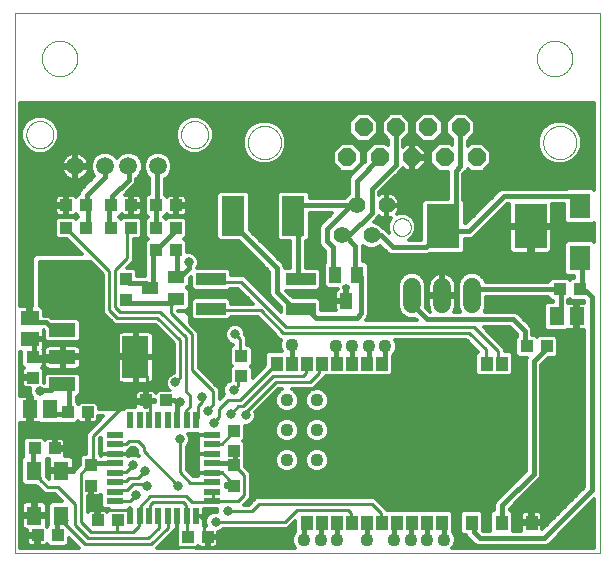
<source format=gtl>
G75*
G70*
%OFA0B0*%
%FSLAX25Y25*%
%IPPOS*%
%LPD*%
%AMOC8*
5,1,8,0,0,1.08239X$1,22.5*
%
%ADD10C,0.00000*%
%ADD11R,0.03937X0.04724*%
%ADD12C,0.04362*%
%ADD13R,0.07480X0.13386*%
%ADD14C,0.05543*%
%ADD15OC8,0.06000*%
%ADD16R,0.08800X0.04800*%
%ADD17R,0.08661X0.14173*%
%ADD18C,0.05937*%
%ADD19R,0.05906X0.05118*%
%ADD20R,0.05118X0.05906*%
%ADD21R,0.03900X0.04000*%
%ADD22R,0.03937X0.03937*%
%ADD23R,0.05512X0.03937*%
%ADD24C,0.05937*%
%ADD25R,0.01969X0.05709*%
%ADD26R,0.05709X0.01969*%
%ADD27R,0.04000X0.03900*%
%ADD28R,0.05118X0.06299*%
%ADD29R,0.07087X0.08268*%
%ADD30R,0.11024X0.14961*%
%ADD31R,0.03937X0.05512*%
%ADD32R,0.09843X0.03937*%
%ADD33C,0.01200*%
%ADD34C,0.03181*%
%ADD35C,0.01600*%
%ADD36C,0.01000*%
D10*
X0035880Y0009071D02*
X0035880Y0189071D01*
X0230880Y0189071D01*
X0230880Y0009071D01*
X0035880Y0009071D01*
X0162021Y0117858D02*
X0162025Y0118003D01*
X0162035Y0118147D01*
X0162053Y0118291D01*
X0162078Y0118434D01*
X0162109Y0118576D01*
X0162148Y0118715D01*
X0162194Y0118853D01*
X0162246Y0118988D01*
X0162305Y0119121D01*
X0162370Y0119250D01*
X0162441Y0119376D01*
X0162519Y0119499D01*
X0162602Y0119617D01*
X0162691Y0119731D01*
X0162786Y0119841D01*
X0162886Y0119946D01*
X0162991Y0120046D01*
X0163101Y0120141D01*
X0163215Y0120230D01*
X0163333Y0120313D01*
X0163456Y0120391D01*
X0163582Y0120462D01*
X0163711Y0120527D01*
X0163844Y0120586D01*
X0163979Y0120638D01*
X0164117Y0120684D01*
X0164256Y0120723D01*
X0164398Y0120754D01*
X0164541Y0120779D01*
X0164685Y0120797D01*
X0164829Y0120807D01*
X0164974Y0120811D01*
X0165119Y0120807D01*
X0165263Y0120797D01*
X0165407Y0120779D01*
X0165550Y0120754D01*
X0165692Y0120723D01*
X0165831Y0120684D01*
X0165969Y0120638D01*
X0166104Y0120586D01*
X0166237Y0120527D01*
X0166366Y0120462D01*
X0166492Y0120391D01*
X0166615Y0120313D01*
X0166733Y0120230D01*
X0166847Y0120141D01*
X0166957Y0120046D01*
X0167062Y0119946D01*
X0167162Y0119841D01*
X0167257Y0119731D01*
X0167346Y0119617D01*
X0167429Y0119499D01*
X0167507Y0119376D01*
X0167578Y0119250D01*
X0167643Y0119121D01*
X0167702Y0118988D01*
X0167754Y0118853D01*
X0167800Y0118715D01*
X0167839Y0118576D01*
X0167870Y0118434D01*
X0167895Y0118291D01*
X0167913Y0118147D01*
X0167923Y0118003D01*
X0167927Y0117858D01*
X0167923Y0117713D01*
X0167913Y0117569D01*
X0167895Y0117425D01*
X0167870Y0117282D01*
X0167839Y0117140D01*
X0167800Y0117001D01*
X0167754Y0116863D01*
X0167702Y0116728D01*
X0167643Y0116595D01*
X0167578Y0116466D01*
X0167507Y0116340D01*
X0167429Y0116217D01*
X0167346Y0116099D01*
X0167257Y0115985D01*
X0167162Y0115875D01*
X0167062Y0115770D01*
X0166957Y0115670D01*
X0166847Y0115575D01*
X0166733Y0115486D01*
X0166615Y0115403D01*
X0166492Y0115325D01*
X0166366Y0115254D01*
X0166237Y0115189D01*
X0166104Y0115130D01*
X0165969Y0115078D01*
X0165831Y0115032D01*
X0165692Y0114993D01*
X0165550Y0114962D01*
X0165407Y0114937D01*
X0165263Y0114919D01*
X0165119Y0114909D01*
X0164974Y0114905D01*
X0164829Y0114909D01*
X0164685Y0114919D01*
X0164541Y0114937D01*
X0164398Y0114962D01*
X0164256Y0114993D01*
X0164117Y0115032D01*
X0163979Y0115078D01*
X0163844Y0115130D01*
X0163711Y0115189D01*
X0163582Y0115254D01*
X0163456Y0115325D01*
X0163333Y0115403D01*
X0163215Y0115486D01*
X0163101Y0115575D01*
X0162991Y0115670D01*
X0162886Y0115770D01*
X0162786Y0115875D01*
X0162691Y0115985D01*
X0162602Y0116099D01*
X0162519Y0116217D01*
X0162441Y0116340D01*
X0162370Y0116466D01*
X0162305Y0116595D01*
X0162246Y0116728D01*
X0162194Y0116863D01*
X0162148Y0117001D01*
X0162109Y0117140D01*
X0162078Y0117282D01*
X0162053Y0117425D01*
X0162035Y0117569D01*
X0162025Y0117713D01*
X0162021Y0117858D01*
X0113656Y0146071D02*
X0113663Y0146341D01*
X0113683Y0146611D01*
X0113716Y0146880D01*
X0113762Y0147146D01*
X0113821Y0147410D01*
X0113893Y0147671D01*
X0113978Y0147928D01*
X0114076Y0148180D01*
X0114185Y0148428D01*
X0114307Y0148669D01*
X0114440Y0148905D01*
X0114585Y0149133D01*
X0114741Y0149354D01*
X0114907Y0149568D01*
X0115084Y0149773D01*
X0115270Y0149969D01*
X0115466Y0150155D01*
X0115671Y0150332D01*
X0115885Y0150498D01*
X0116106Y0150654D01*
X0116334Y0150799D01*
X0116570Y0150932D01*
X0116811Y0151054D01*
X0117059Y0151163D01*
X0117311Y0151261D01*
X0117568Y0151346D01*
X0117829Y0151418D01*
X0118093Y0151477D01*
X0118359Y0151523D01*
X0118628Y0151556D01*
X0118898Y0151576D01*
X0119168Y0151583D01*
X0119438Y0151576D01*
X0119708Y0151556D01*
X0119977Y0151523D01*
X0120243Y0151477D01*
X0120507Y0151418D01*
X0120768Y0151346D01*
X0121025Y0151261D01*
X0121277Y0151163D01*
X0121525Y0151054D01*
X0121766Y0150932D01*
X0122002Y0150799D01*
X0122230Y0150654D01*
X0122451Y0150498D01*
X0122665Y0150332D01*
X0122870Y0150155D01*
X0123066Y0149969D01*
X0123252Y0149773D01*
X0123429Y0149568D01*
X0123595Y0149354D01*
X0123751Y0149133D01*
X0123896Y0148905D01*
X0124029Y0148669D01*
X0124151Y0148428D01*
X0124260Y0148180D01*
X0124358Y0147928D01*
X0124443Y0147671D01*
X0124515Y0147410D01*
X0124574Y0147146D01*
X0124620Y0146880D01*
X0124653Y0146611D01*
X0124673Y0146341D01*
X0124680Y0146071D01*
X0124673Y0145801D01*
X0124653Y0145531D01*
X0124620Y0145262D01*
X0124574Y0144996D01*
X0124515Y0144732D01*
X0124443Y0144471D01*
X0124358Y0144214D01*
X0124260Y0143962D01*
X0124151Y0143714D01*
X0124029Y0143473D01*
X0123896Y0143237D01*
X0123751Y0143009D01*
X0123595Y0142788D01*
X0123429Y0142574D01*
X0123252Y0142369D01*
X0123066Y0142173D01*
X0122870Y0141987D01*
X0122665Y0141810D01*
X0122451Y0141644D01*
X0122230Y0141488D01*
X0122002Y0141343D01*
X0121766Y0141210D01*
X0121525Y0141088D01*
X0121277Y0140979D01*
X0121025Y0140881D01*
X0120768Y0140796D01*
X0120507Y0140724D01*
X0120243Y0140665D01*
X0119977Y0140619D01*
X0119708Y0140586D01*
X0119438Y0140566D01*
X0119168Y0140559D01*
X0118898Y0140566D01*
X0118628Y0140586D01*
X0118359Y0140619D01*
X0118093Y0140665D01*
X0117829Y0140724D01*
X0117568Y0140796D01*
X0117311Y0140881D01*
X0117059Y0140979D01*
X0116811Y0141088D01*
X0116570Y0141210D01*
X0116334Y0141343D01*
X0116106Y0141488D01*
X0115885Y0141644D01*
X0115671Y0141810D01*
X0115466Y0141987D01*
X0115270Y0142173D01*
X0115084Y0142369D01*
X0114907Y0142574D01*
X0114741Y0142788D01*
X0114585Y0143009D01*
X0114440Y0143237D01*
X0114307Y0143473D01*
X0114185Y0143714D01*
X0114076Y0143962D01*
X0113978Y0144214D01*
X0113893Y0144471D01*
X0113821Y0144732D01*
X0113762Y0144996D01*
X0113716Y0145262D01*
X0113683Y0145531D01*
X0113663Y0145801D01*
X0113656Y0146071D01*
X0091337Y0148701D02*
X0091342Y0148923D01*
X0091359Y0149145D01*
X0091386Y0149365D01*
X0091424Y0149584D01*
X0091473Y0149801D01*
X0091532Y0150015D01*
X0091602Y0150226D01*
X0091682Y0150434D01*
X0091772Y0150637D01*
X0091872Y0150835D01*
X0091981Y0151029D01*
X0092100Y0151217D01*
X0092228Y0151398D01*
X0092365Y0151574D01*
X0092510Y0151742D01*
X0092663Y0151903D01*
X0092824Y0152056D01*
X0092992Y0152201D01*
X0093168Y0152338D01*
X0093349Y0152466D01*
X0093537Y0152585D01*
X0093731Y0152694D01*
X0093929Y0152794D01*
X0094132Y0152884D01*
X0094340Y0152964D01*
X0094551Y0153034D01*
X0094765Y0153093D01*
X0094982Y0153142D01*
X0095201Y0153180D01*
X0095421Y0153207D01*
X0095643Y0153224D01*
X0095865Y0153229D01*
X0096087Y0153224D01*
X0096309Y0153207D01*
X0096529Y0153180D01*
X0096748Y0153142D01*
X0096965Y0153093D01*
X0097179Y0153034D01*
X0097390Y0152964D01*
X0097598Y0152884D01*
X0097801Y0152794D01*
X0097999Y0152694D01*
X0098193Y0152585D01*
X0098381Y0152466D01*
X0098562Y0152338D01*
X0098738Y0152201D01*
X0098906Y0152056D01*
X0099067Y0151903D01*
X0099220Y0151742D01*
X0099365Y0151574D01*
X0099502Y0151398D01*
X0099630Y0151217D01*
X0099749Y0151029D01*
X0099858Y0150835D01*
X0099958Y0150637D01*
X0100048Y0150434D01*
X0100128Y0150226D01*
X0100198Y0150015D01*
X0100257Y0149801D01*
X0100306Y0149584D01*
X0100344Y0149365D01*
X0100371Y0149145D01*
X0100388Y0148923D01*
X0100393Y0148701D01*
X0100388Y0148479D01*
X0100371Y0148257D01*
X0100344Y0148037D01*
X0100306Y0147818D01*
X0100257Y0147601D01*
X0100198Y0147387D01*
X0100128Y0147176D01*
X0100048Y0146968D01*
X0099958Y0146765D01*
X0099858Y0146567D01*
X0099749Y0146373D01*
X0099630Y0146185D01*
X0099502Y0146004D01*
X0099365Y0145828D01*
X0099220Y0145660D01*
X0099067Y0145499D01*
X0098906Y0145346D01*
X0098738Y0145201D01*
X0098562Y0145064D01*
X0098381Y0144936D01*
X0098193Y0144817D01*
X0097999Y0144708D01*
X0097801Y0144608D01*
X0097598Y0144518D01*
X0097390Y0144438D01*
X0097179Y0144368D01*
X0096965Y0144309D01*
X0096748Y0144260D01*
X0096529Y0144222D01*
X0096309Y0144195D01*
X0096087Y0144178D01*
X0095865Y0144173D01*
X0095643Y0144178D01*
X0095421Y0144195D01*
X0095201Y0144222D01*
X0094982Y0144260D01*
X0094765Y0144309D01*
X0094551Y0144368D01*
X0094340Y0144438D01*
X0094132Y0144518D01*
X0093929Y0144608D01*
X0093731Y0144708D01*
X0093537Y0144817D01*
X0093349Y0144936D01*
X0093168Y0145064D01*
X0092992Y0145201D01*
X0092824Y0145346D01*
X0092663Y0145499D01*
X0092510Y0145660D01*
X0092365Y0145828D01*
X0092228Y0146004D01*
X0092100Y0146185D01*
X0091981Y0146373D01*
X0091872Y0146567D01*
X0091772Y0146765D01*
X0091682Y0146968D01*
X0091602Y0147176D01*
X0091532Y0147387D01*
X0091473Y0147601D01*
X0091424Y0147818D01*
X0091386Y0148037D01*
X0091359Y0148257D01*
X0091342Y0148479D01*
X0091337Y0148701D01*
X0044974Y0174071D02*
X0044981Y0174361D01*
X0045002Y0174650D01*
X0045038Y0174938D01*
X0045087Y0175223D01*
X0045151Y0175506D01*
X0045228Y0175785D01*
X0045319Y0176061D01*
X0045424Y0176331D01*
X0045541Y0176596D01*
X0045671Y0176855D01*
X0045814Y0177107D01*
X0045969Y0177352D01*
X0046136Y0177589D01*
X0046315Y0177818D01*
X0046504Y0178037D01*
X0046704Y0178247D01*
X0046914Y0178447D01*
X0047133Y0178636D01*
X0047362Y0178815D01*
X0047599Y0178982D01*
X0047844Y0179137D01*
X0048096Y0179280D01*
X0048355Y0179410D01*
X0048620Y0179527D01*
X0048890Y0179632D01*
X0049166Y0179723D01*
X0049445Y0179800D01*
X0049728Y0179864D01*
X0050013Y0179913D01*
X0050301Y0179949D01*
X0050590Y0179970D01*
X0050880Y0179977D01*
X0051170Y0179970D01*
X0051459Y0179949D01*
X0051747Y0179913D01*
X0052032Y0179864D01*
X0052315Y0179800D01*
X0052594Y0179723D01*
X0052870Y0179632D01*
X0053140Y0179527D01*
X0053405Y0179410D01*
X0053664Y0179280D01*
X0053916Y0179137D01*
X0054161Y0178982D01*
X0054398Y0178815D01*
X0054627Y0178636D01*
X0054846Y0178447D01*
X0055056Y0178247D01*
X0055256Y0178037D01*
X0055445Y0177818D01*
X0055624Y0177589D01*
X0055791Y0177352D01*
X0055946Y0177107D01*
X0056089Y0176855D01*
X0056219Y0176596D01*
X0056336Y0176331D01*
X0056441Y0176061D01*
X0056532Y0175785D01*
X0056609Y0175506D01*
X0056673Y0175223D01*
X0056722Y0174938D01*
X0056758Y0174650D01*
X0056779Y0174361D01*
X0056786Y0174071D01*
X0056779Y0173781D01*
X0056758Y0173492D01*
X0056722Y0173204D01*
X0056673Y0172919D01*
X0056609Y0172636D01*
X0056532Y0172357D01*
X0056441Y0172081D01*
X0056336Y0171811D01*
X0056219Y0171546D01*
X0056089Y0171287D01*
X0055946Y0171035D01*
X0055791Y0170790D01*
X0055624Y0170553D01*
X0055445Y0170324D01*
X0055256Y0170105D01*
X0055056Y0169895D01*
X0054846Y0169695D01*
X0054627Y0169506D01*
X0054398Y0169327D01*
X0054161Y0169160D01*
X0053916Y0169005D01*
X0053664Y0168862D01*
X0053405Y0168732D01*
X0053140Y0168615D01*
X0052870Y0168510D01*
X0052594Y0168419D01*
X0052315Y0168342D01*
X0052032Y0168278D01*
X0051747Y0168229D01*
X0051459Y0168193D01*
X0051170Y0168172D01*
X0050880Y0168165D01*
X0050590Y0168172D01*
X0050301Y0168193D01*
X0050013Y0168229D01*
X0049728Y0168278D01*
X0049445Y0168342D01*
X0049166Y0168419D01*
X0048890Y0168510D01*
X0048620Y0168615D01*
X0048355Y0168732D01*
X0048096Y0168862D01*
X0047844Y0169005D01*
X0047599Y0169160D01*
X0047362Y0169327D01*
X0047133Y0169506D01*
X0046914Y0169695D01*
X0046704Y0169895D01*
X0046504Y0170105D01*
X0046315Y0170324D01*
X0046136Y0170553D01*
X0045969Y0170790D01*
X0045814Y0171035D01*
X0045671Y0171287D01*
X0045541Y0171546D01*
X0045424Y0171811D01*
X0045319Y0172081D01*
X0045228Y0172357D01*
X0045151Y0172636D01*
X0045087Y0172919D01*
X0045038Y0173204D01*
X0045002Y0173492D01*
X0044981Y0173781D01*
X0044974Y0174071D01*
X0039762Y0148701D02*
X0039767Y0148923D01*
X0039784Y0149145D01*
X0039811Y0149365D01*
X0039849Y0149584D01*
X0039898Y0149801D01*
X0039957Y0150015D01*
X0040027Y0150226D01*
X0040107Y0150434D01*
X0040197Y0150637D01*
X0040297Y0150835D01*
X0040406Y0151029D01*
X0040525Y0151217D01*
X0040653Y0151398D01*
X0040790Y0151574D01*
X0040935Y0151742D01*
X0041088Y0151903D01*
X0041249Y0152056D01*
X0041417Y0152201D01*
X0041593Y0152338D01*
X0041774Y0152466D01*
X0041962Y0152585D01*
X0042156Y0152694D01*
X0042354Y0152794D01*
X0042557Y0152884D01*
X0042765Y0152964D01*
X0042976Y0153034D01*
X0043190Y0153093D01*
X0043407Y0153142D01*
X0043626Y0153180D01*
X0043846Y0153207D01*
X0044068Y0153224D01*
X0044290Y0153229D01*
X0044512Y0153224D01*
X0044734Y0153207D01*
X0044954Y0153180D01*
X0045173Y0153142D01*
X0045390Y0153093D01*
X0045604Y0153034D01*
X0045815Y0152964D01*
X0046023Y0152884D01*
X0046226Y0152794D01*
X0046424Y0152694D01*
X0046618Y0152585D01*
X0046806Y0152466D01*
X0046987Y0152338D01*
X0047163Y0152201D01*
X0047331Y0152056D01*
X0047492Y0151903D01*
X0047645Y0151742D01*
X0047790Y0151574D01*
X0047927Y0151398D01*
X0048055Y0151217D01*
X0048174Y0151029D01*
X0048283Y0150835D01*
X0048383Y0150637D01*
X0048473Y0150434D01*
X0048553Y0150226D01*
X0048623Y0150015D01*
X0048682Y0149801D01*
X0048731Y0149584D01*
X0048769Y0149365D01*
X0048796Y0149145D01*
X0048813Y0148923D01*
X0048818Y0148701D01*
X0048813Y0148479D01*
X0048796Y0148257D01*
X0048769Y0148037D01*
X0048731Y0147818D01*
X0048682Y0147601D01*
X0048623Y0147387D01*
X0048553Y0147176D01*
X0048473Y0146968D01*
X0048383Y0146765D01*
X0048283Y0146567D01*
X0048174Y0146373D01*
X0048055Y0146185D01*
X0047927Y0146004D01*
X0047790Y0145828D01*
X0047645Y0145660D01*
X0047492Y0145499D01*
X0047331Y0145346D01*
X0047163Y0145201D01*
X0046987Y0145064D01*
X0046806Y0144936D01*
X0046618Y0144817D01*
X0046424Y0144708D01*
X0046226Y0144608D01*
X0046023Y0144518D01*
X0045815Y0144438D01*
X0045604Y0144368D01*
X0045390Y0144309D01*
X0045173Y0144260D01*
X0044954Y0144222D01*
X0044734Y0144195D01*
X0044512Y0144178D01*
X0044290Y0144173D01*
X0044068Y0144178D01*
X0043846Y0144195D01*
X0043626Y0144222D01*
X0043407Y0144260D01*
X0043190Y0144309D01*
X0042976Y0144368D01*
X0042765Y0144438D01*
X0042557Y0144518D01*
X0042354Y0144608D01*
X0042156Y0144708D01*
X0041962Y0144817D01*
X0041774Y0144936D01*
X0041593Y0145064D01*
X0041417Y0145201D01*
X0041249Y0145346D01*
X0041088Y0145499D01*
X0040935Y0145660D01*
X0040790Y0145828D01*
X0040653Y0146004D01*
X0040525Y0146185D01*
X0040406Y0146373D01*
X0040297Y0146567D01*
X0040197Y0146765D01*
X0040107Y0146968D01*
X0040027Y0147176D01*
X0039957Y0147387D01*
X0039898Y0147601D01*
X0039849Y0147818D01*
X0039811Y0148037D01*
X0039784Y0148257D01*
X0039767Y0148479D01*
X0039762Y0148701D01*
X0212081Y0146071D02*
X0212088Y0146341D01*
X0212108Y0146611D01*
X0212141Y0146880D01*
X0212187Y0147146D01*
X0212246Y0147410D01*
X0212318Y0147671D01*
X0212403Y0147928D01*
X0212501Y0148180D01*
X0212610Y0148428D01*
X0212732Y0148669D01*
X0212865Y0148905D01*
X0213010Y0149133D01*
X0213166Y0149354D01*
X0213332Y0149568D01*
X0213509Y0149773D01*
X0213695Y0149969D01*
X0213891Y0150155D01*
X0214096Y0150332D01*
X0214310Y0150498D01*
X0214531Y0150654D01*
X0214759Y0150799D01*
X0214995Y0150932D01*
X0215236Y0151054D01*
X0215484Y0151163D01*
X0215736Y0151261D01*
X0215993Y0151346D01*
X0216254Y0151418D01*
X0216518Y0151477D01*
X0216784Y0151523D01*
X0217053Y0151556D01*
X0217323Y0151576D01*
X0217593Y0151583D01*
X0217863Y0151576D01*
X0218133Y0151556D01*
X0218402Y0151523D01*
X0218668Y0151477D01*
X0218932Y0151418D01*
X0219193Y0151346D01*
X0219450Y0151261D01*
X0219702Y0151163D01*
X0219950Y0151054D01*
X0220191Y0150932D01*
X0220427Y0150799D01*
X0220655Y0150654D01*
X0220876Y0150498D01*
X0221090Y0150332D01*
X0221295Y0150155D01*
X0221491Y0149969D01*
X0221677Y0149773D01*
X0221854Y0149568D01*
X0222020Y0149354D01*
X0222176Y0149133D01*
X0222321Y0148905D01*
X0222454Y0148669D01*
X0222576Y0148428D01*
X0222685Y0148180D01*
X0222783Y0147928D01*
X0222868Y0147671D01*
X0222940Y0147410D01*
X0222999Y0147146D01*
X0223045Y0146880D01*
X0223078Y0146611D01*
X0223098Y0146341D01*
X0223105Y0146071D01*
X0223098Y0145801D01*
X0223078Y0145531D01*
X0223045Y0145262D01*
X0222999Y0144996D01*
X0222940Y0144732D01*
X0222868Y0144471D01*
X0222783Y0144214D01*
X0222685Y0143962D01*
X0222576Y0143714D01*
X0222454Y0143473D01*
X0222321Y0143237D01*
X0222176Y0143009D01*
X0222020Y0142788D01*
X0221854Y0142574D01*
X0221677Y0142369D01*
X0221491Y0142173D01*
X0221295Y0141987D01*
X0221090Y0141810D01*
X0220876Y0141644D01*
X0220655Y0141488D01*
X0220427Y0141343D01*
X0220191Y0141210D01*
X0219950Y0141088D01*
X0219702Y0140979D01*
X0219450Y0140881D01*
X0219193Y0140796D01*
X0218932Y0140724D01*
X0218668Y0140665D01*
X0218402Y0140619D01*
X0218133Y0140586D01*
X0217863Y0140566D01*
X0217593Y0140559D01*
X0217323Y0140566D01*
X0217053Y0140586D01*
X0216784Y0140619D01*
X0216518Y0140665D01*
X0216254Y0140724D01*
X0215993Y0140796D01*
X0215736Y0140881D01*
X0215484Y0140979D01*
X0215236Y0141088D01*
X0214995Y0141210D01*
X0214759Y0141343D01*
X0214531Y0141488D01*
X0214310Y0141644D01*
X0214096Y0141810D01*
X0213891Y0141987D01*
X0213695Y0142173D01*
X0213509Y0142369D01*
X0213332Y0142574D01*
X0213166Y0142788D01*
X0213010Y0143009D01*
X0212865Y0143237D01*
X0212732Y0143473D01*
X0212610Y0143714D01*
X0212501Y0143962D01*
X0212403Y0144214D01*
X0212318Y0144471D01*
X0212246Y0144732D01*
X0212187Y0144996D01*
X0212141Y0145262D01*
X0212108Y0145531D01*
X0212088Y0145801D01*
X0212081Y0146071D01*
X0209974Y0174071D02*
X0209981Y0174361D01*
X0210002Y0174650D01*
X0210038Y0174938D01*
X0210087Y0175223D01*
X0210151Y0175506D01*
X0210228Y0175785D01*
X0210319Y0176061D01*
X0210424Y0176331D01*
X0210541Y0176596D01*
X0210671Y0176855D01*
X0210814Y0177107D01*
X0210969Y0177352D01*
X0211136Y0177589D01*
X0211315Y0177818D01*
X0211504Y0178037D01*
X0211704Y0178247D01*
X0211914Y0178447D01*
X0212133Y0178636D01*
X0212362Y0178815D01*
X0212599Y0178982D01*
X0212844Y0179137D01*
X0213096Y0179280D01*
X0213355Y0179410D01*
X0213620Y0179527D01*
X0213890Y0179632D01*
X0214166Y0179723D01*
X0214445Y0179800D01*
X0214728Y0179864D01*
X0215013Y0179913D01*
X0215301Y0179949D01*
X0215590Y0179970D01*
X0215880Y0179977D01*
X0216170Y0179970D01*
X0216459Y0179949D01*
X0216747Y0179913D01*
X0217032Y0179864D01*
X0217315Y0179800D01*
X0217594Y0179723D01*
X0217870Y0179632D01*
X0218140Y0179527D01*
X0218405Y0179410D01*
X0218664Y0179280D01*
X0218916Y0179137D01*
X0219161Y0178982D01*
X0219398Y0178815D01*
X0219627Y0178636D01*
X0219846Y0178447D01*
X0220056Y0178247D01*
X0220256Y0178037D01*
X0220445Y0177818D01*
X0220624Y0177589D01*
X0220791Y0177352D01*
X0220946Y0177107D01*
X0221089Y0176855D01*
X0221219Y0176596D01*
X0221336Y0176331D01*
X0221441Y0176061D01*
X0221532Y0175785D01*
X0221609Y0175506D01*
X0221673Y0175223D01*
X0221722Y0174938D01*
X0221758Y0174650D01*
X0221779Y0174361D01*
X0221786Y0174071D01*
X0221779Y0173781D01*
X0221758Y0173492D01*
X0221722Y0173204D01*
X0221673Y0172919D01*
X0221609Y0172636D01*
X0221532Y0172357D01*
X0221441Y0172081D01*
X0221336Y0171811D01*
X0221219Y0171546D01*
X0221089Y0171287D01*
X0220946Y0171035D01*
X0220791Y0170790D01*
X0220624Y0170553D01*
X0220445Y0170324D01*
X0220256Y0170105D01*
X0220056Y0169895D01*
X0219846Y0169695D01*
X0219627Y0169506D01*
X0219398Y0169327D01*
X0219161Y0169160D01*
X0218916Y0169005D01*
X0218664Y0168862D01*
X0218405Y0168732D01*
X0218140Y0168615D01*
X0217870Y0168510D01*
X0217594Y0168419D01*
X0217315Y0168342D01*
X0217032Y0168278D01*
X0216747Y0168229D01*
X0216459Y0168193D01*
X0216170Y0168172D01*
X0215880Y0168165D01*
X0215590Y0168172D01*
X0215301Y0168193D01*
X0215013Y0168229D01*
X0214728Y0168278D01*
X0214445Y0168342D01*
X0214166Y0168419D01*
X0213890Y0168510D01*
X0213620Y0168615D01*
X0213355Y0168732D01*
X0213096Y0168862D01*
X0212844Y0169005D01*
X0212599Y0169160D01*
X0212362Y0169327D01*
X0212133Y0169506D01*
X0211914Y0169695D01*
X0211704Y0169895D01*
X0211504Y0170105D01*
X0211315Y0170324D01*
X0211136Y0170553D01*
X0210969Y0170790D01*
X0210814Y0171035D01*
X0210671Y0171287D01*
X0210541Y0171546D01*
X0210424Y0171811D01*
X0210319Y0172081D01*
X0210228Y0172357D01*
X0210151Y0172636D01*
X0210087Y0172919D01*
X0210038Y0173204D01*
X0210002Y0173492D01*
X0209981Y0173781D01*
X0209974Y0174071D01*
D11*
X0198180Y0072396D03*
X0193180Y0072396D03*
X0158180Y0072396D03*
X0153180Y0072396D03*
X0148180Y0072396D03*
X0143180Y0072396D03*
X0138180Y0072396D03*
X0133180Y0072396D03*
X0128180Y0072396D03*
X0123180Y0072396D03*
X0133180Y0019396D03*
X0138180Y0019396D03*
X0143180Y0019396D03*
X0148180Y0019396D03*
X0153180Y0019396D03*
X0158180Y0019396D03*
X0163180Y0019396D03*
X0168180Y0019396D03*
X0173180Y0019396D03*
X0178180Y0019396D03*
X0188180Y0019396D03*
X0198180Y0019396D03*
X0208180Y0019396D03*
D12*
X0178880Y0013571D03*
X0173380Y0013571D03*
X0167880Y0013571D03*
X0162380Y0013571D03*
X0153380Y0013571D03*
X0143380Y0013571D03*
X0137880Y0013571D03*
X0132380Y0013571D03*
X0136680Y0040171D03*
X0126680Y0040171D03*
X0126680Y0050171D03*
X0126680Y0060171D03*
X0136680Y0060171D03*
X0136680Y0050171D03*
X0142880Y0078071D03*
X0148380Y0078071D03*
X0153880Y0078071D03*
X0159380Y0078071D03*
X0128380Y0078571D03*
D13*
X0128782Y0121571D03*
X0108703Y0121571D03*
D14*
X0144880Y0115071D03*
X0154880Y0115071D03*
X0149880Y0125071D03*
X0159880Y0125071D03*
D15*
X0157580Y0141071D03*
X0146780Y0141071D03*
X0152180Y0151071D03*
X0162980Y0151071D03*
X0173780Y0151071D03*
X0184580Y0151071D03*
X0179180Y0141071D03*
X0168380Y0141071D03*
X0189980Y0141071D03*
D16*
X0051680Y0083671D03*
X0051680Y0074571D03*
X0051680Y0065471D03*
D17*
X0076081Y0074571D03*
D18*
X0168380Y0092102D02*
X0168380Y0098039D01*
X0178380Y0098039D02*
X0178380Y0092102D01*
X0188380Y0092102D02*
X0188380Y0098039D01*
D19*
X0040880Y0087417D03*
X0040880Y0080724D03*
D20*
X0041034Y0057071D03*
X0047727Y0057071D03*
X0216534Y0088071D03*
X0223227Y0088071D03*
D21*
X0224227Y0097071D03*
X0217534Y0097071D03*
X0213227Y0078071D03*
X0206534Y0078071D03*
X0089727Y0110071D03*
X0083034Y0110071D03*
X0083034Y0117571D03*
X0089727Y0117571D03*
X0074727Y0117571D03*
X0068034Y0117571D03*
X0059727Y0117571D03*
X0053034Y0117571D03*
D22*
X0053034Y0125071D03*
X0059727Y0125071D03*
X0068034Y0125071D03*
X0074727Y0125071D03*
X0083034Y0125071D03*
X0089727Y0125071D03*
X0072880Y0100417D03*
X0072880Y0093724D03*
X0041880Y0074417D03*
X0041880Y0067724D03*
X0053534Y0056071D03*
X0060227Y0056071D03*
X0049227Y0044071D03*
X0042534Y0044071D03*
X0061380Y0038417D03*
X0061380Y0031724D03*
X0063534Y0020071D03*
X0070227Y0020071D03*
X0050227Y0015071D03*
X0043534Y0015071D03*
X0093534Y0014571D03*
X0100227Y0014571D03*
X0108880Y0031724D03*
X0108880Y0038417D03*
X0086227Y0060071D03*
X0079534Y0060071D03*
D23*
X0089711Y0093831D03*
X0089711Y0101311D03*
X0081050Y0097571D03*
D24*
X0083660Y0138071D03*
X0073817Y0138071D03*
X0065943Y0138071D03*
X0056101Y0138071D03*
D25*
X0074357Y0053713D03*
X0077506Y0053713D03*
X0080656Y0053713D03*
X0083806Y0053713D03*
X0086955Y0053713D03*
X0090105Y0053713D03*
X0093254Y0053713D03*
X0096404Y0053713D03*
X0096404Y0021429D03*
X0093254Y0021429D03*
X0090105Y0021429D03*
X0086955Y0021429D03*
X0083806Y0021429D03*
X0080656Y0021429D03*
X0077506Y0021429D03*
X0074357Y0021429D03*
D26*
X0069239Y0026547D03*
X0069239Y0029697D03*
X0069239Y0032846D03*
X0069239Y0035996D03*
X0069239Y0039146D03*
X0069239Y0042295D03*
X0069239Y0045445D03*
X0069239Y0048594D03*
X0101522Y0048594D03*
X0101522Y0045445D03*
X0101522Y0042295D03*
X0101522Y0039146D03*
X0101522Y0035996D03*
X0101522Y0032846D03*
X0101522Y0029697D03*
X0101522Y0026547D03*
D27*
X0108880Y0043224D03*
X0108880Y0049917D03*
X0111380Y0068224D03*
X0111380Y0074917D03*
D28*
X0051494Y0036681D03*
X0042439Y0036681D03*
X0042439Y0021720D03*
X0051494Y0021720D03*
D29*
X0224380Y0107516D03*
X0224380Y0124839D03*
D30*
X0207947Y0118071D03*
X0178813Y0118071D03*
D31*
X0150120Y0101902D03*
X0142640Y0101902D03*
X0146380Y0093240D03*
D32*
X0131239Y0090654D03*
X0131239Y0100496D03*
X0101317Y0100496D03*
X0101317Y0090654D03*
D33*
X0106984Y0094422D02*
X0095650Y0094422D01*
X0094596Y0093367D01*
X0094596Y0087939D01*
X0095650Y0086885D01*
X0106984Y0086885D01*
X0107869Y0087771D01*
X0116928Y0087771D01*
X0124428Y0080271D01*
X0124776Y0080271D01*
X0124399Y0079363D01*
X0124399Y0077779D01*
X0124905Y0076558D01*
X0120466Y0076558D01*
X0119412Y0075504D01*
X0119412Y0071855D01*
X0115180Y0067622D01*
X0115180Y0070920D01*
X0114529Y0071570D01*
X0115180Y0072222D01*
X0115180Y0077613D01*
X0114126Y0078667D01*
X0113180Y0078667D01*
X0113180Y0079618D01*
X0113180Y0081523D01*
X0112770Y0081933D01*
X0112770Y0082745D01*
X0112254Y0083991D01*
X0111301Y0084945D01*
X0110055Y0085461D01*
X0108706Y0085461D01*
X0107459Y0084945D01*
X0106506Y0083991D01*
X0105990Y0082745D01*
X0105990Y0081396D01*
X0106506Y0080150D01*
X0107459Y0079196D01*
X0108580Y0078732D01*
X0108580Y0078612D01*
X0107580Y0077613D01*
X0107580Y0072222D01*
X0108231Y0071570D01*
X0107580Y0070920D01*
X0107580Y0066702D01*
X0106959Y0066445D01*
X0106006Y0065491D01*
X0105490Y0064245D01*
X0105490Y0062896D01*
X0105772Y0062215D01*
X0104580Y0061023D01*
X0104180Y0060622D01*
X0104180Y0062118D01*
X0104180Y0064023D01*
X0097180Y0071023D01*
X0097180Y0083023D01*
X0095833Y0084370D01*
X0095832Y0084370D01*
X0094180Y0086023D01*
X0094180Y0086618D01*
X0094180Y0088523D01*
X0092833Y0089870D01*
X0090332Y0089870D01*
X0090180Y0090023D01*
X0090180Y0090062D01*
X0093212Y0090062D01*
X0094267Y0091117D01*
X0094267Y0096544D01*
X0093240Y0097571D01*
X0094267Y0098597D01*
X0094267Y0100781D01*
X0094596Y0101110D01*
X0094596Y0097782D01*
X0095650Y0096728D01*
X0106984Y0096728D01*
X0107527Y0097271D01*
X0110428Y0097271D01*
X0115328Y0092370D01*
X0108038Y0092370D01*
X0108038Y0093367D01*
X0106984Y0094422D01*
X0107246Y0094159D02*
X0113539Y0094159D01*
X0112341Y0095357D02*
X0094267Y0095357D01*
X0094267Y0094159D02*
X0095388Y0094159D01*
X0094596Y0092961D02*
X0094267Y0092961D01*
X0094267Y0091762D02*
X0094596Y0091762D01*
X0094596Y0090564D02*
X0093714Y0090564D01*
X0093338Y0089365D02*
X0094596Y0089365D01*
X0094596Y0088167D02*
X0094180Y0088167D01*
X0094180Y0086969D02*
X0095567Y0086969D01*
X0094433Y0085770D02*
X0118928Y0085770D01*
X0117730Y0086969D02*
X0107067Y0086969D01*
X0107086Y0084572D02*
X0095631Y0084572D01*
X0096830Y0083373D02*
X0106250Y0083373D01*
X0105990Y0082175D02*
X0097180Y0082175D01*
X0097180Y0080976D02*
X0106163Y0080976D01*
X0106878Y0079778D02*
X0097180Y0079778D01*
X0097180Y0078580D02*
X0108548Y0078580D01*
X0107580Y0077381D02*
X0097180Y0077381D01*
X0097180Y0076183D02*
X0107580Y0076183D01*
X0107580Y0074984D02*
X0097180Y0074984D01*
X0097180Y0073786D02*
X0107580Y0073786D01*
X0107580Y0072587D02*
X0097180Y0072587D01*
X0097180Y0071389D02*
X0108050Y0071389D01*
X0107580Y0070191D02*
X0098013Y0070191D01*
X0099211Y0068992D02*
X0107580Y0068992D01*
X0107580Y0067794D02*
X0100409Y0067794D01*
X0101608Y0066595D02*
X0107323Y0066595D01*
X0105967Y0065397D02*
X0102806Y0065397D01*
X0104005Y0064198D02*
X0105490Y0064198D01*
X0105490Y0063000D02*
X0104180Y0063000D01*
X0104180Y0061802D02*
X0105359Y0061802D01*
X0114711Y0071389D02*
X0118946Y0071389D01*
X0119412Y0072587D02*
X0115180Y0072587D01*
X0115180Y0073786D02*
X0119412Y0073786D01*
X0119412Y0074984D02*
X0115180Y0074984D01*
X0115180Y0076183D02*
X0120091Y0076183D01*
X0124564Y0077381D02*
X0115180Y0077381D01*
X0114213Y0078580D02*
X0124399Y0078580D01*
X0124572Y0079778D02*
X0113180Y0079778D01*
X0113180Y0080976D02*
X0123722Y0080976D01*
X0122524Y0082175D02*
X0112770Y0082175D01*
X0112511Y0083373D02*
X0121325Y0083373D01*
X0120127Y0084572D02*
X0111674Y0084572D01*
X0114738Y0092961D02*
X0108038Y0092961D01*
X0111143Y0096556D02*
X0094255Y0096556D01*
X0094624Y0097754D02*
X0093424Y0097754D01*
X0094267Y0098953D02*
X0094596Y0098953D01*
X0094596Y0100151D02*
X0094267Y0100151D01*
X0096801Y0104264D02*
X0097270Y0105396D01*
X0097270Y0106745D01*
X0096754Y0107991D01*
X0095801Y0108945D01*
X0094555Y0109461D01*
X0093476Y0109461D01*
X0093476Y0112816D01*
X0092472Y0113820D01*
X0093476Y0114825D01*
X0093476Y0120316D01*
X0092422Y0121370D01*
X0087031Y0121370D01*
X0086380Y0120719D01*
X0085772Y0121327D01*
X0086521Y0122076D01*
X0086776Y0121822D01*
X0087141Y0121611D01*
X0087547Y0121502D01*
X0089342Y0121502D01*
X0089342Y0124684D01*
X0090111Y0124684D01*
X0090111Y0121502D01*
X0091906Y0121502D01*
X0092313Y0121611D01*
X0092678Y0121822D01*
X0092975Y0122120D01*
X0093186Y0122485D01*
X0093295Y0122891D01*
X0093295Y0124686D01*
X0090113Y0124686D01*
X0090113Y0125455D01*
X0093295Y0125455D01*
X0093295Y0127250D01*
X0093186Y0127657D01*
X0092975Y0128022D01*
X0092678Y0128319D01*
X0092313Y0128530D01*
X0091906Y0128639D01*
X0090111Y0128639D01*
X0090111Y0125457D01*
X0089342Y0125457D01*
X0089342Y0128639D01*
X0087547Y0128639D01*
X0087141Y0128530D01*
X0086776Y0128319D01*
X0086521Y0128065D01*
X0085980Y0128606D01*
X0085980Y0133871D01*
X0086361Y0134028D01*
X0087702Y0135370D01*
X0088428Y0137122D01*
X0088428Y0139019D01*
X0087702Y0140772D01*
X0086361Y0142113D01*
X0084608Y0142839D01*
X0082711Y0142839D01*
X0080959Y0142113D01*
X0079617Y0140772D01*
X0078891Y0139019D01*
X0078891Y0137122D01*
X0079617Y0135370D01*
X0080780Y0134207D01*
X0080780Y0128839D01*
X0080320Y0128839D01*
X0079265Y0127785D01*
X0079265Y0122357D01*
X0080280Y0121342D01*
X0080280Y0121313D01*
X0079284Y0120316D01*
X0079284Y0114825D01*
X0080289Y0113820D01*
X0079284Y0112816D01*
X0079284Y0109443D01*
X0079280Y0109434D01*
X0079280Y0108400D01*
X0079280Y0101670D01*
X0079032Y0101670D01*
X0076648Y0101670D01*
X0076648Y0103131D01*
X0075594Y0104185D01*
X0073247Y0104185D01*
X0075680Y0106618D01*
X0075680Y0108523D01*
X0075680Y0113771D01*
X0077422Y0113771D01*
X0078476Y0114825D01*
X0078476Y0120316D01*
X0077422Y0121370D01*
X0072031Y0121370D01*
X0071380Y0120719D01*
X0070772Y0121327D01*
X0071521Y0122076D01*
X0071776Y0121822D01*
X0072141Y0121611D01*
X0072547Y0121502D01*
X0074342Y0121502D01*
X0074342Y0124684D01*
X0075111Y0124684D01*
X0075111Y0121502D01*
X0076906Y0121502D01*
X0077313Y0121611D01*
X0077678Y0121822D01*
X0077975Y0122120D01*
X0078186Y0122485D01*
X0078295Y0122891D01*
X0078295Y0124686D01*
X0075113Y0124686D01*
X0075113Y0125455D01*
X0078295Y0125455D01*
X0078295Y0127250D01*
X0078186Y0127657D01*
X0077975Y0128022D01*
X0077678Y0128319D01*
X0077313Y0128530D01*
X0076906Y0128639D01*
X0075111Y0128639D01*
X0075111Y0125457D01*
X0074342Y0125457D01*
X0074342Y0128639D01*
X0072625Y0128639D01*
X0076084Y0132098D01*
X0076480Y0133054D01*
X0076480Y0134013D01*
X0076518Y0134028D01*
X0077859Y0135370D01*
X0078585Y0137122D01*
X0078585Y0139019D01*
X0077859Y0140772D01*
X0076518Y0142113D01*
X0074766Y0142839D01*
X0072869Y0142839D01*
X0071116Y0142113D01*
X0069880Y0140877D01*
X0068644Y0142113D01*
X0066892Y0142839D01*
X0064994Y0142839D01*
X0063242Y0142113D01*
X0061901Y0140772D01*
X0061175Y0139019D01*
X0061175Y0137122D01*
X0061901Y0135370D01*
X0062452Y0134819D01*
X0058407Y0130775D01*
X0057676Y0130043D01*
X0057280Y0129088D01*
X0057280Y0128839D01*
X0057013Y0128839D01*
X0056239Y0128065D01*
X0055985Y0128319D01*
X0055620Y0128530D01*
X0055213Y0128639D01*
X0053418Y0128639D01*
X0053418Y0125457D01*
X0052649Y0125457D01*
X0052649Y0128639D01*
X0050854Y0128639D01*
X0050448Y0128530D01*
X0050083Y0128319D01*
X0049785Y0128022D01*
X0049574Y0127657D01*
X0049465Y0127250D01*
X0049465Y0125455D01*
X0052647Y0125455D01*
X0052647Y0124686D01*
X0049465Y0124686D01*
X0049465Y0122891D01*
X0049574Y0122485D01*
X0049785Y0122120D01*
X0050083Y0121822D01*
X0050448Y0121611D01*
X0050854Y0121502D01*
X0052649Y0121502D01*
X0052649Y0124684D01*
X0053418Y0124684D01*
X0053418Y0121502D01*
X0055213Y0121502D01*
X0055620Y0121611D01*
X0055985Y0121822D01*
X0056239Y0122076D01*
X0056988Y0121327D01*
X0056380Y0120719D01*
X0055729Y0121370D01*
X0050338Y0121370D01*
X0049284Y0120316D01*
X0049284Y0114825D01*
X0050338Y0113771D01*
X0053428Y0113771D01*
X0058328Y0108870D01*
X0042928Y0108870D01*
X0041580Y0107523D01*
X0041580Y0105618D01*
X0041580Y0091576D01*
X0041479Y0091576D01*
X0041479Y0088019D01*
X0040281Y0088019D01*
X0040281Y0091576D01*
X0037717Y0091576D01*
X0037680Y0091566D01*
X0037680Y0159071D01*
X0229080Y0159071D01*
X0229080Y0130360D01*
X0228669Y0130772D01*
X0220091Y0130772D01*
X0219990Y0130670D01*
X0199397Y0130670D01*
X0198363Y0130670D01*
X0197407Y0130275D01*
X0186303Y0119170D01*
X0186125Y0119170D01*
X0186125Y0126296D01*
X0185480Y0126941D01*
X0185480Y0135494D01*
X0185853Y0135867D01*
X0186584Y0136598D01*
X0186901Y0137363D01*
X0187992Y0136271D01*
X0191968Y0136271D01*
X0194780Y0139083D01*
X0194780Y0143059D01*
X0191968Y0145870D01*
X0187992Y0145870D01*
X0186980Y0144858D01*
X0186980Y0146683D01*
X0189380Y0149083D01*
X0189380Y0153059D01*
X0186568Y0155870D01*
X0182592Y0155870D01*
X0179780Y0153059D01*
X0179780Y0149083D01*
X0181780Y0147083D01*
X0181780Y0145258D01*
X0181168Y0145870D01*
X0177192Y0145870D01*
X0174380Y0143059D01*
X0174380Y0139083D01*
X0177192Y0136271D01*
X0180280Y0136271D01*
X0180280Y0136054D01*
X0180280Y0127351D01*
X0172556Y0127351D01*
X0171502Y0126296D01*
X0171502Y0113670D01*
X0167282Y0113670D01*
X0167666Y0113829D01*
X0169003Y0115166D01*
X0169726Y0116913D01*
X0169726Y0118804D01*
X0169003Y0120550D01*
X0167666Y0121887D01*
X0165919Y0122611D01*
X0164028Y0122611D01*
X0163267Y0122295D01*
X0163619Y0122780D01*
X0163931Y0123393D01*
X0164144Y0124047D01*
X0164252Y0124726D01*
X0164252Y0124784D01*
X0160169Y0124784D01*
X0160169Y0125357D01*
X0164252Y0125357D01*
X0164252Y0125415D01*
X0164144Y0126094D01*
X0163931Y0126749D01*
X0163619Y0127362D01*
X0163215Y0127919D01*
X0162728Y0128405D01*
X0162171Y0128809D01*
X0161558Y0129122D01*
X0160904Y0129335D01*
X0160224Y0129442D01*
X0160166Y0129442D01*
X0160166Y0125359D01*
X0159594Y0125359D01*
X0159594Y0129442D01*
X0159536Y0129442D01*
X0158856Y0129335D01*
X0158202Y0129122D01*
X0157589Y0128809D01*
X0157480Y0128730D01*
X0157480Y0129494D01*
X0164353Y0136367D01*
X0165084Y0137098D01*
X0165308Y0137638D01*
X0166475Y0136471D01*
X0167980Y0136471D01*
X0167980Y0140668D01*
X0168780Y0140668D01*
X0168780Y0136471D01*
X0170285Y0136471D01*
X0172980Y0139165D01*
X0172980Y0140670D01*
X0168783Y0140670D01*
X0168783Y0141471D01*
X0172980Y0141471D01*
X0172980Y0142976D01*
X0170285Y0145670D01*
X0168780Y0145670D01*
X0168780Y0141473D01*
X0167980Y0141473D01*
X0167980Y0145670D01*
X0166475Y0145670D01*
X0165480Y0144675D01*
X0165480Y0146783D01*
X0167780Y0149083D01*
X0167780Y0153059D01*
X0164968Y0155870D01*
X0160992Y0155870D01*
X0158180Y0153059D01*
X0158180Y0149083D01*
X0160280Y0146983D01*
X0160280Y0145158D01*
X0159568Y0145870D01*
X0155592Y0145870D01*
X0152780Y0143059D01*
X0152780Y0139948D01*
X0147676Y0134843D01*
X0147280Y0133888D01*
X0147280Y0132854D01*
X0147280Y0128935D01*
X0146015Y0127670D01*
X0134322Y0127670D01*
X0134322Y0129009D01*
X0133267Y0130063D01*
X0124296Y0130063D01*
X0123242Y0129009D01*
X0123242Y0114132D01*
X0124296Y0113078D01*
X0127780Y0113078D01*
X0127780Y0104264D01*
X0125980Y0104264D01*
X0125980Y0104588D01*
X0125584Y0105543D01*
X0124853Y0106275D01*
X0114243Y0116885D01*
X0114243Y0129009D01*
X0113189Y0130063D01*
X0104217Y0130063D01*
X0103163Y0129009D01*
X0103163Y0114132D01*
X0104217Y0113078D01*
X0110696Y0113078D01*
X0120780Y0102994D01*
X0120780Y0096588D01*
X0120780Y0095554D01*
X0121176Y0094598D01*
X0124517Y0091257D01*
X0124517Y0089685D01*
X0112333Y0101870D01*
X0110428Y0101870D01*
X0108038Y0101870D01*
X0108038Y0103210D01*
X0106984Y0104264D01*
X0096801Y0104264D01*
X0097083Y0104945D02*
X0118829Y0104945D01*
X0117631Y0106143D02*
X0097270Y0106143D01*
X0097024Y0107342D02*
X0116432Y0107342D01*
X0115234Y0108540D02*
X0096206Y0108540D01*
X0093476Y0109739D02*
X0114035Y0109739D01*
X0112837Y0110937D02*
X0093476Y0110937D01*
X0093476Y0112135D02*
X0111639Y0112135D01*
X0115397Y0115731D02*
X0123242Y0115731D01*
X0123242Y0116929D02*
X0114243Y0116929D01*
X0114243Y0118128D02*
X0123242Y0118128D01*
X0123242Y0119326D02*
X0114243Y0119326D01*
X0114243Y0120524D02*
X0123242Y0120524D01*
X0123242Y0121723D02*
X0114243Y0121723D01*
X0114243Y0122921D02*
X0123242Y0122921D01*
X0123242Y0124120D02*
X0114243Y0124120D01*
X0114243Y0125318D02*
X0123242Y0125318D01*
X0123242Y0126517D02*
X0114243Y0126517D01*
X0114243Y0127715D02*
X0123242Y0127715D01*
X0123242Y0128913D02*
X0114243Y0128913D01*
X0117713Y0138759D02*
X0120622Y0138759D01*
X0123309Y0139872D01*
X0125366Y0141929D01*
X0126479Y0144616D01*
X0126479Y0147525D01*
X0125366Y0150213D01*
X0123309Y0152269D01*
X0120622Y0153382D01*
X0117713Y0153382D01*
X0115026Y0152269D01*
X0112969Y0150213D01*
X0111856Y0147525D01*
X0111856Y0144616D01*
X0112969Y0141929D01*
X0115026Y0139872D01*
X0117713Y0138759D01*
X0115443Y0139699D02*
X0088146Y0139699D01*
X0088428Y0138501D02*
X0142562Y0138501D01*
X0141980Y0139083D02*
X0144792Y0136271D01*
X0148768Y0136271D01*
X0151580Y0139083D01*
X0151580Y0143059D01*
X0148768Y0145870D01*
X0144792Y0145870D01*
X0141980Y0143059D01*
X0141980Y0139083D01*
X0141980Y0139699D02*
X0122892Y0139699D01*
X0124335Y0140898D02*
X0141980Y0140898D01*
X0141980Y0142096D02*
X0125435Y0142096D01*
X0125931Y0143294D02*
X0142216Y0143294D01*
X0143415Y0144493D02*
X0126428Y0144493D01*
X0126479Y0145691D02*
X0144613Y0145691D01*
X0148375Y0148088D02*
X0126246Y0148088D01*
X0126479Y0146890D02*
X0149573Y0146890D01*
X0150192Y0146271D02*
X0154168Y0146271D01*
X0156980Y0149083D01*
X0156980Y0153059D01*
X0154168Y0155870D01*
X0150192Y0155870D01*
X0147380Y0153059D01*
X0147380Y0149083D01*
X0150192Y0146271D01*
X0148947Y0145691D02*
X0155413Y0145691D01*
X0154787Y0146890D02*
X0160280Y0146890D01*
X0160280Y0145691D02*
X0159747Y0145691D01*
X0159175Y0148088D02*
X0155985Y0148088D01*
X0156980Y0149287D02*
X0158180Y0149287D01*
X0158180Y0150485D02*
X0156980Y0150485D01*
X0156980Y0151683D02*
X0158180Y0151683D01*
X0158180Y0152882D02*
X0156980Y0152882D01*
X0155958Y0154080D02*
X0159202Y0154080D01*
X0160400Y0155279D02*
X0154760Y0155279D01*
X0149600Y0155279D02*
X0037680Y0155279D01*
X0037680Y0156477D02*
X0229080Y0156477D01*
X0229080Y0155279D02*
X0187160Y0155279D01*
X0188358Y0154080D02*
X0229080Y0154080D01*
X0229080Y0152882D02*
X0220256Y0152882D01*
X0219047Y0153382D02*
X0216138Y0153382D01*
X0213451Y0152269D01*
X0211394Y0150213D01*
X0210281Y0147525D01*
X0210281Y0144616D01*
X0211394Y0141929D01*
X0213451Y0139872D01*
X0216138Y0138759D01*
X0219047Y0138759D01*
X0221735Y0139872D01*
X0223791Y0141929D01*
X0224904Y0144616D01*
X0224904Y0147525D01*
X0223791Y0150213D01*
X0221735Y0152269D01*
X0219047Y0153382D01*
X0222320Y0151683D02*
X0229080Y0151683D01*
X0229080Y0150485D02*
X0223519Y0150485D01*
X0224175Y0149287D02*
X0229080Y0149287D01*
X0229080Y0148088D02*
X0224671Y0148088D01*
X0224904Y0146890D02*
X0229080Y0146890D01*
X0229080Y0145691D02*
X0224904Y0145691D01*
X0224853Y0144493D02*
X0229080Y0144493D01*
X0229080Y0143294D02*
X0224357Y0143294D01*
X0223861Y0142096D02*
X0229080Y0142096D01*
X0229080Y0140898D02*
X0222760Y0140898D01*
X0221317Y0139699D02*
X0229080Y0139699D01*
X0229080Y0138501D02*
X0194198Y0138501D01*
X0194780Y0139699D02*
X0213868Y0139699D01*
X0212425Y0140898D02*
X0194780Y0140898D01*
X0194780Y0142096D02*
X0211324Y0142096D01*
X0210828Y0143294D02*
X0194544Y0143294D01*
X0193346Y0144493D02*
X0210332Y0144493D01*
X0210281Y0145691D02*
X0192147Y0145691D01*
X0187813Y0145691D02*
X0186980Y0145691D01*
X0187187Y0146890D02*
X0210281Y0146890D01*
X0210515Y0148088D02*
X0188385Y0148088D01*
X0189380Y0149287D02*
X0211011Y0149287D01*
X0211667Y0150485D02*
X0189380Y0150485D01*
X0189380Y0151683D02*
X0212865Y0151683D01*
X0214930Y0152882D02*
X0189380Y0152882D01*
X0182000Y0155279D02*
X0176360Y0155279D01*
X0175768Y0155870D02*
X0171792Y0155870D01*
X0168980Y0153059D01*
X0168980Y0149083D01*
X0171792Y0146271D01*
X0175768Y0146271D01*
X0178580Y0149083D01*
X0178580Y0153059D01*
X0175768Y0155870D01*
X0177558Y0154080D02*
X0180802Y0154080D01*
X0179780Y0152882D02*
X0178580Y0152882D01*
X0178580Y0151683D02*
X0179780Y0151683D01*
X0179780Y0150485D02*
X0178580Y0150485D01*
X0178580Y0149287D02*
X0179780Y0149287D01*
X0180775Y0148088D02*
X0177585Y0148088D01*
X0176387Y0146890D02*
X0181780Y0146890D01*
X0181780Y0145691D02*
X0181347Y0145691D01*
X0177013Y0145691D02*
X0165480Y0145691D01*
X0165587Y0146890D02*
X0171173Y0146890D01*
X0169975Y0148088D02*
X0166785Y0148088D01*
X0167780Y0149287D02*
X0168980Y0149287D01*
X0168980Y0150485D02*
X0167780Y0150485D01*
X0167780Y0151683D02*
X0168980Y0151683D01*
X0168980Y0152882D02*
X0167780Y0152882D01*
X0166758Y0154080D02*
X0170002Y0154080D01*
X0171200Y0155279D02*
X0165560Y0155279D01*
X0167980Y0144493D02*
X0168780Y0144493D01*
X0168780Y0143294D02*
X0167980Y0143294D01*
X0167980Y0142096D02*
X0168780Y0142096D01*
X0168783Y0140898D02*
X0174380Y0140898D01*
X0174380Y0142096D02*
X0172980Y0142096D01*
X0172661Y0143294D02*
X0174616Y0143294D01*
X0175815Y0144493D02*
X0171463Y0144493D01*
X0172980Y0139699D02*
X0174380Y0139699D01*
X0174962Y0138501D02*
X0172315Y0138501D01*
X0171117Y0137302D02*
X0176161Y0137302D01*
X0180280Y0136104D02*
X0164090Y0136104D01*
X0165169Y0137302D02*
X0165643Y0137302D01*
X0167980Y0137302D02*
X0168780Y0137302D01*
X0168780Y0138501D02*
X0167980Y0138501D01*
X0167980Y0139699D02*
X0168780Y0139699D01*
X0162892Y0134906D02*
X0180280Y0134906D01*
X0180280Y0133707D02*
X0161693Y0133707D01*
X0160495Y0132509D02*
X0180280Y0132509D01*
X0180280Y0131310D02*
X0159296Y0131310D01*
X0158098Y0130112D02*
X0180280Y0130112D01*
X0180280Y0128913D02*
X0161968Y0128913D01*
X0160166Y0128913D02*
X0159594Y0128913D01*
X0159594Y0127715D02*
X0160166Y0127715D01*
X0160166Y0126517D02*
X0159594Y0126517D01*
X0160169Y0125318D02*
X0171502Y0125318D01*
X0171502Y0124120D02*
X0164156Y0124120D01*
X0163691Y0122921D02*
X0171502Y0122921D01*
X0171502Y0121723D02*
X0167830Y0121723D01*
X0169014Y0120524D02*
X0171502Y0120524D01*
X0171502Y0119326D02*
X0169510Y0119326D01*
X0169726Y0118128D02*
X0171502Y0118128D01*
X0171502Y0116929D02*
X0169726Y0116929D01*
X0169237Y0115731D02*
X0171502Y0115731D01*
X0171502Y0114532D02*
X0168369Y0114532D01*
X0172363Y0108471D02*
X0161363Y0108471D01*
X0160407Y0108867D01*
X0159676Y0109598D01*
X0157774Y0111500D01*
X0157470Y0111195D01*
X0155790Y0110499D01*
X0153970Y0110499D01*
X0152291Y0111195D01*
X0151980Y0111506D01*
X0151980Y0111054D01*
X0151980Y0106457D01*
X0152834Y0106457D01*
X0153889Y0105403D01*
X0153889Y0101808D01*
X0153980Y0101588D01*
X0153980Y0089588D01*
X0153980Y0088554D01*
X0153584Y0087598D01*
X0152856Y0086870D01*
X0169904Y0086870D01*
X0169407Y0087367D01*
X0169329Y0087334D01*
X0167431Y0087334D01*
X0165679Y0088060D01*
X0164338Y0089401D01*
X0163612Y0091154D01*
X0163612Y0098988D01*
X0164338Y0100740D01*
X0165679Y0102081D01*
X0167431Y0102807D01*
X0169329Y0102807D01*
X0171081Y0102081D01*
X0172422Y0100740D01*
X0173148Y0098988D01*
X0173148Y0091154D01*
X0173097Y0091030D01*
X0174457Y0089670D01*
X0174500Y0089670D01*
X0174473Y0089708D01*
X0174146Y0090348D01*
X0173924Y0091032D01*
X0173812Y0091743D01*
X0173812Y0094686D01*
X0177993Y0094686D01*
X0177993Y0095455D01*
X0173812Y0095455D01*
X0173812Y0098399D01*
X0173924Y0099109D01*
X0174146Y0099793D01*
X0174473Y0100433D01*
X0174896Y0101015D01*
X0175404Y0101524D01*
X0175986Y0101946D01*
X0176626Y0102273D01*
X0177310Y0102495D01*
X0177995Y0102603D01*
X0177995Y0095457D01*
X0178765Y0095457D01*
X0178765Y0102603D01*
X0179450Y0102495D01*
X0180134Y0102273D01*
X0180774Y0101946D01*
X0181356Y0101524D01*
X0181865Y0101015D01*
X0182287Y0100433D01*
X0182614Y0099793D01*
X0182836Y0099109D01*
X0182948Y0098399D01*
X0182948Y0095455D01*
X0178767Y0095455D01*
X0178767Y0094686D01*
X0182948Y0094686D01*
X0182948Y0091743D01*
X0182836Y0091032D01*
X0182614Y0090348D01*
X0182287Y0089708D01*
X0182260Y0089670D01*
X0184226Y0089670D01*
X0183612Y0091154D01*
X0183612Y0098988D01*
X0184338Y0100740D01*
X0185679Y0102081D01*
X0187431Y0102807D01*
X0189329Y0102807D01*
X0191081Y0102081D01*
X0192422Y0100740D01*
X0192865Y0099670D01*
X0213784Y0099670D01*
X0213784Y0099816D01*
X0214838Y0100870D01*
X0220229Y0100870D01*
X0220880Y0100219D01*
X0221531Y0100870D01*
X0222280Y0100870D01*
X0222280Y0101582D01*
X0220091Y0101582D01*
X0219037Y0102636D01*
X0219037Y0112395D01*
X0220091Y0113449D01*
X0228669Y0113449D01*
X0229080Y0113037D01*
X0229080Y0119317D01*
X0228669Y0118905D01*
X0220091Y0118905D01*
X0219037Y0119959D01*
X0219037Y0125471D01*
X0215059Y0125471D01*
X0215059Y0118670D01*
X0208548Y0118670D01*
X0208548Y0117471D01*
X0215059Y0117471D01*
X0215059Y0110380D01*
X0214950Y0109973D01*
X0214739Y0109608D01*
X0214441Y0109310D01*
X0214076Y0109100D01*
X0213670Y0108991D01*
X0208546Y0108991D01*
X0208546Y0117469D01*
X0207348Y0117469D01*
X0207348Y0108991D01*
X0202224Y0108991D01*
X0201818Y0109100D01*
X0201453Y0109310D01*
X0201155Y0109608D01*
X0200944Y0109973D01*
X0200835Y0110380D01*
X0200835Y0117471D01*
X0207346Y0117471D01*
X0207346Y0118670D01*
X0200835Y0118670D01*
X0200835Y0125471D01*
X0199957Y0125471D01*
X0189584Y0115098D01*
X0188853Y0114367D01*
X0187897Y0113971D01*
X0186125Y0113971D01*
X0186125Y0109845D01*
X0185070Y0108791D01*
X0174169Y0108791D01*
X0173397Y0108471D01*
X0172363Y0108471D01*
X0173565Y0108540D02*
X0219037Y0108540D01*
X0219037Y0107342D02*
X0151980Y0107342D01*
X0151980Y0108540D02*
X0161195Y0108540D01*
X0159535Y0109739D02*
X0151980Y0109739D01*
X0151980Y0110937D02*
X0152914Y0110937D01*
X0156846Y0110937D02*
X0158337Y0110937D01*
X0153889Y0104945D02*
X0219037Y0104945D01*
X0219037Y0106143D02*
X0153148Y0106143D01*
X0153889Y0103746D02*
X0219037Y0103746D01*
X0219125Y0102548D02*
X0189955Y0102548D01*
X0191813Y0101350D02*
X0222280Y0101350D01*
X0220880Y0093922D02*
X0221531Y0093271D01*
X0225780Y0093271D01*
X0225780Y0092623D01*
X0223826Y0092623D01*
X0223826Y0088672D01*
X0222627Y0088672D01*
X0222627Y0092623D01*
X0220480Y0092623D01*
X0220480Y0093522D01*
X0220880Y0093922D01*
X0220480Y0092961D02*
X0225780Y0092961D01*
X0223826Y0091762D02*
X0222627Y0091762D01*
X0222627Y0090564D02*
X0223826Y0090564D01*
X0223826Y0089365D02*
X0222627Y0089365D01*
X0222627Y0087469D02*
X0223826Y0087469D01*
X0223826Y0083518D01*
X0225780Y0083518D01*
X0225780Y0031148D01*
X0211748Y0017115D01*
X0211748Y0019011D01*
X0208567Y0019011D01*
X0208567Y0019780D01*
X0211748Y0019780D01*
X0211748Y0021969D01*
X0211639Y0022376D01*
X0211429Y0022741D01*
X0211131Y0023038D01*
X0210766Y0023249D01*
X0210359Y0023358D01*
X0208565Y0023358D01*
X0208565Y0019783D01*
X0207795Y0019783D01*
X0207795Y0023358D01*
X0206001Y0023358D01*
X0205594Y0023249D01*
X0205229Y0023038D01*
X0204931Y0022741D01*
X0204721Y0022376D01*
X0204612Y0021969D01*
X0204612Y0019780D01*
X0207793Y0019780D01*
X0207793Y0019011D01*
X0204612Y0019011D01*
X0204612Y0016823D01*
X0204653Y0016670D01*
X0201948Y0016670D01*
X0201948Y0022504D01*
X0200980Y0023472D01*
X0200980Y0023994D01*
X0211084Y0034098D01*
X0211480Y0035054D01*
X0211480Y0036088D01*
X0211480Y0071994D01*
X0213757Y0074271D01*
X0215922Y0074271D01*
X0216976Y0075325D01*
X0216976Y0080816D01*
X0215922Y0081870D01*
X0210531Y0081870D01*
X0209880Y0081219D01*
X0209229Y0081870D01*
X0208480Y0081870D01*
X0208480Y0083741D01*
X0208084Y0084697D01*
X0207353Y0085428D01*
X0204238Y0088543D01*
X0203506Y0089275D01*
X0202551Y0089670D01*
X0192534Y0089670D01*
X0193148Y0091154D01*
X0193148Y0094471D01*
X0213784Y0094471D01*
X0213784Y0094325D01*
X0214838Y0093271D01*
X0215280Y0093271D01*
X0215280Y0092823D01*
X0213229Y0092823D01*
X0212175Y0091769D01*
X0212175Y0084372D01*
X0213229Y0083318D01*
X0219838Y0083318D01*
X0220127Y0083607D01*
X0220457Y0083518D01*
X0222627Y0083518D01*
X0222627Y0087469D01*
X0222627Y0086969D02*
X0223826Y0086969D01*
X0223826Y0085770D02*
X0222627Y0085770D01*
X0222627Y0084572D02*
X0223826Y0084572D01*
X0225780Y0083373D02*
X0219893Y0083373D01*
X0216816Y0080976D02*
X0225780Y0080976D01*
X0225780Y0079778D02*
X0216976Y0079778D01*
X0216976Y0078580D02*
X0225780Y0078580D01*
X0225780Y0077381D02*
X0216976Y0077381D01*
X0216976Y0076183D02*
X0225780Y0076183D01*
X0225780Y0074984D02*
X0216635Y0074984D01*
X0213272Y0073786D02*
X0225780Y0073786D01*
X0225780Y0072587D02*
X0212073Y0072587D01*
X0211480Y0071389D02*
X0225780Y0071389D01*
X0225780Y0070191D02*
X0211480Y0070191D01*
X0211480Y0068992D02*
X0225780Y0068992D01*
X0225780Y0067794D02*
X0211480Y0067794D01*
X0211480Y0066595D02*
X0225780Y0066595D01*
X0225780Y0065397D02*
X0211480Y0065397D01*
X0211480Y0064198D02*
X0225780Y0064198D01*
X0225780Y0063000D02*
X0211480Y0063000D01*
X0211480Y0061802D02*
X0225780Y0061802D01*
X0225780Y0060603D02*
X0211480Y0060603D01*
X0211480Y0059405D02*
X0225780Y0059405D01*
X0225780Y0058206D02*
X0211480Y0058206D01*
X0211480Y0057008D02*
X0225780Y0057008D01*
X0225780Y0055809D02*
X0211480Y0055809D01*
X0211480Y0054611D02*
X0225780Y0054611D01*
X0225780Y0053413D02*
X0211480Y0053413D01*
X0211480Y0052214D02*
X0225780Y0052214D01*
X0225780Y0051016D02*
X0211480Y0051016D01*
X0211480Y0049817D02*
X0225780Y0049817D01*
X0225780Y0048619D02*
X0211480Y0048619D01*
X0211480Y0047420D02*
X0225780Y0047420D01*
X0225780Y0046222D02*
X0211480Y0046222D01*
X0211480Y0045024D02*
X0225780Y0045024D01*
X0225780Y0043825D02*
X0211480Y0043825D01*
X0211480Y0042627D02*
X0225780Y0042627D01*
X0225780Y0041428D02*
X0211480Y0041428D01*
X0211480Y0040230D02*
X0225780Y0040230D01*
X0225780Y0039031D02*
X0211480Y0039031D01*
X0211480Y0037833D02*
X0225780Y0037833D01*
X0225780Y0036635D02*
X0211480Y0036635D01*
X0211480Y0035436D02*
X0225780Y0035436D01*
X0225780Y0034238D02*
X0211142Y0034238D01*
X0210026Y0033039D02*
X0225780Y0033039D01*
X0225780Y0031841D02*
X0208827Y0031841D01*
X0207629Y0030643D02*
X0225276Y0030643D01*
X0224077Y0029444D02*
X0206430Y0029444D01*
X0205232Y0028246D02*
X0222879Y0028246D01*
X0221680Y0027047D02*
X0204033Y0027047D01*
X0202835Y0025849D02*
X0220482Y0025849D01*
X0219283Y0024650D02*
X0201637Y0024650D01*
X0201000Y0023452D02*
X0218085Y0023452D01*
X0216887Y0022254D02*
X0211672Y0022254D01*
X0211748Y0021055D02*
X0215688Y0021055D01*
X0214490Y0019857D02*
X0211748Y0019857D01*
X0211748Y0018658D02*
X0213291Y0018658D01*
X0212093Y0017460D02*
X0211748Y0017460D01*
X0208565Y0019857D02*
X0207795Y0019857D01*
X0207795Y0021055D02*
X0208565Y0021055D01*
X0208565Y0022254D02*
X0207795Y0022254D01*
X0204688Y0022254D02*
X0201948Y0022254D01*
X0201948Y0021055D02*
X0204612Y0021055D01*
X0204612Y0019857D02*
X0201948Y0019857D01*
X0201948Y0018658D02*
X0204612Y0018658D01*
X0204612Y0017460D02*
X0201948Y0017460D01*
X0194412Y0017460D02*
X0191948Y0017460D01*
X0191948Y0016679D02*
X0191948Y0022504D01*
X0190894Y0023558D01*
X0185466Y0023558D01*
X0184412Y0022504D01*
X0184412Y0016288D01*
X0185466Y0015234D01*
X0186413Y0015234D01*
X0186676Y0014598D01*
X0187407Y0013867D01*
X0189407Y0011867D01*
X0190363Y0011471D01*
X0191397Y0011471D01*
X0212897Y0011471D01*
X0213853Y0011867D01*
X0214584Y0012598D01*
X0229080Y0027094D01*
X0229080Y0010870D01*
X0181809Y0010870D01*
X0182255Y0011316D01*
X0182861Y0012779D01*
X0182861Y0014363D01*
X0182255Y0015826D01*
X0181870Y0016210D01*
X0181948Y0016288D01*
X0181948Y0022504D01*
X0180894Y0023558D01*
X0175466Y0023558D01*
X0170466Y0023558D01*
X0165466Y0023558D01*
X0160466Y0023558D01*
X0160145Y0023558D01*
X0158833Y0024870D01*
X0155833Y0027870D01*
X0153928Y0027870D01*
X0116428Y0027870D01*
X0115080Y0026523D01*
X0113928Y0025370D01*
X0112432Y0025370D01*
X0113333Y0026271D01*
X0114680Y0027618D01*
X0114680Y0034118D01*
X0114680Y0036023D01*
X0112680Y0038023D01*
X0112648Y0038054D01*
X0112648Y0040498D01*
X0112680Y0040529D01*
X0112680Y0045920D01*
X0112029Y0046571D01*
X0112680Y0047222D01*
X0112680Y0051680D01*
X0113555Y0051680D01*
X0114801Y0052196D01*
X0115754Y0053150D01*
X0116270Y0054396D01*
X0116270Y0055745D01*
X0116135Y0056073D01*
X0123833Y0063771D01*
X0124970Y0063771D01*
X0124425Y0063546D01*
X0123305Y0062426D01*
X0122699Y0060963D01*
X0122699Y0059379D01*
X0123305Y0057916D01*
X0124425Y0056796D01*
X0125888Y0056190D01*
X0127472Y0056190D01*
X0128935Y0056796D01*
X0130055Y0057916D01*
X0130661Y0059379D01*
X0130661Y0060963D01*
X0130055Y0062426D01*
X0128935Y0063546D01*
X0128391Y0063771D01*
X0133428Y0063771D01*
X0134970Y0063771D01*
X0134425Y0063546D01*
X0133305Y0062426D01*
X0132699Y0060963D01*
X0132699Y0059379D01*
X0133305Y0057916D01*
X0134425Y0056796D01*
X0135888Y0056190D01*
X0137472Y0056190D01*
X0138935Y0056796D01*
X0140055Y0057916D01*
X0140661Y0059379D01*
X0140661Y0060963D01*
X0140055Y0062426D01*
X0138935Y0063546D01*
X0137472Y0064152D01*
X0135888Y0064152D01*
X0135589Y0064028D01*
X0138333Y0066771D01*
X0139680Y0068118D01*
X0139680Y0068234D01*
X0140466Y0068234D01*
X0145466Y0068234D01*
X0150466Y0068234D01*
X0155466Y0068234D01*
X0160894Y0068234D01*
X0161948Y0069288D01*
X0161948Y0073003D01*
X0161980Y0073079D01*
X0161980Y0074113D01*
X0161980Y0075041D01*
X0162755Y0075816D01*
X0163361Y0077279D01*
X0163361Y0078863D01*
X0162778Y0080271D01*
X0186428Y0080271D01*
X0190304Y0076395D01*
X0189412Y0075504D01*
X0189412Y0069288D01*
X0190466Y0068234D01*
X0195466Y0068234D01*
X0200894Y0068234D01*
X0201948Y0069288D01*
X0201948Y0075504D01*
X0200894Y0076558D01*
X0199180Y0076558D01*
X0199180Y0077523D01*
X0197833Y0078870D01*
X0192232Y0084471D01*
X0200957Y0084471D01*
X0203280Y0082147D01*
X0203280Y0081313D01*
X0202784Y0080816D01*
X0202784Y0075325D01*
X0203838Y0074271D01*
X0206563Y0074271D01*
X0206280Y0073588D01*
X0206280Y0072554D01*
X0206280Y0036648D01*
X0196907Y0027275D01*
X0196176Y0026543D01*
X0195780Y0025588D01*
X0195780Y0023558D01*
X0195466Y0023558D01*
X0194412Y0022504D01*
X0194412Y0016670D01*
X0191957Y0016670D01*
X0191948Y0016679D01*
X0191948Y0018658D02*
X0194412Y0018658D01*
X0194412Y0019857D02*
X0191948Y0019857D01*
X0191948Y0021055D02*
X0194412Y0021055D01*
X0194412Y0022254D02*
X0191948Y0022254D01*
X0191000Y0023452D02*
X0195360Y0023452D01*
X0195780Y0024650D02*
X0159053Y0024650D01*
X0157854Y0025849D02*
X0195889Y0025849D01*
X0196680Y0027047D02*
X0156656Y0027047D01*
X0140055Y0037916D02*
X0140661Y0039379D01*
X0140661Y0040963D01*
X0140055Y0042426D01*
X0138935Y0043546D01*
X0137472Y0044152D01*
X0135888Y0044152D01*
X0134425Y0043546D01*
X0133305Y0042426D01*
X0132699Y0040963D01*
X0132699Y0039379D01*
X0133305Y0037916D01*
X0134425Y0036796D01*
X0135888Y0036190D01*
X0137472Y0036190D01*
X0138935Y0036796D01*
X0140055Y0037916D01*
X0139972Y0037833D02*
X0206280Y0037833D01*
X0206280Y0039031D02*
X0140517Y0039031D01*
X0140661Y0040230D02*
X0206280Y0040230D01*
X0206280Y0041428D02*
X0140469Y0041428D01*
X0139854Y0042627D02*
X0206280Y0042627D01*
X0206280Y0043825D02*
X0138260Y0043825D01*
X0137472Y0046190D02*
X0135888Y0046190D01*
X0134425Y0046796D01*
X0133305Y0047916D01*
X0132699Y0049379D01*
X0132699Y0050963D01*
X0133305Y0052426D01*
X0134425Y0053546D01*
X0135888Y0054152D01*
X0137472Y0054152D01*
X0138935Y0053546D01*
X0140055Y0052426D01*
X0140661Y0050963D01*
X0140661Y0049379D01*
X0140055Y0047916D01*
X0138935Y0046796D01*
X0137472Y0046190D01*
X0137550Y0046222D02*
X0206280Y0046222D01*
X0206280Y0047420D02*
X0139560Y0047420D01*
X0140346Y0048619D02*
X0206280Y0048619D01*
X0206280Y0049817D02*
X0140661Y0049817D01*
X0140639Y0051016D02*
X0206280Y0051016D01*
X0206280Y0052214D02*
X0140143Y0052214D01*
X0139068Y0053413D02*
X0206280Y0053413D01*
X0206280Y0054611D02*
X0116270Y0054611D01*
X0116244Y0055809D02*
X0206280Y0055809D01*
X0206280Y0057008D02*
X0139147Y0057008D01*
X0140175Y0058206D02*
X0206280Y0058206D01*
X0206280Y0059405D02*
X0140661Y0059405D01*
X0140661Y0060603D02*
X0206280Y0060603D01*
X0206280Y0061802D02*
X0140314Y0061802D01*
X0139481Y0063000D02*
X0206280Y0063000D01*
X0206280Y0064198D02*
X0135760Y0064198D01*
X0136958Y0065397D02*
X0206280Y0065397D01*
X0206280Y0066595D02*
X0138157Y0066595D01*
X0139356Y0067794D02*
X0206280Y0067794D01*
X0206280Y0068992D02*
X0201652Y0068992D01*
X0201948Y0070191D02*
X0206280Y0070191D01*
X0206280Y0071389D02*
X0201948Y0071389D01*
X0201948Y0072587D02*
X0206280Y0072587D01*
X0206363Y0073786D02*
X0201948Y0073786D01*
X0201948Y0074984D02*
X0203125Y0074984D01*
X0202784Y0076183D02*
X0201269Y0076183D01*
X0202784Y0077381D02*
X0199180Y0077381D01*
X0198124Y0078580D02*
X0202784Y0078580D01*
X0202784Y0079778D02*
X0196925Y0079778D01*
X0195727Y0080976D02*
X0202944Y0080976D01*
X0203253Y0082175D02*
X0194528Y0082175D01*
X0193330Y0083373D02*
X0202054Y0083373D01*
X0205813Y0086969D02*
X0212175Y0086969D01*
X0212175Y0088167D02*
X0204614Y0088167D01*
X0204238Y0088543D02*
X0204238Y0088543D01*
X0203288Y0089365D02*
X0212175Y0089365D01*
X0212175Y0090564D02*
X0192904Y0090564D01*
X0193148Y0091762D02*
X0212175Y0091762D01*
X0213950Y0094159D02*
X0193148Y0094159D01*
X0193148Y0092961D02*
X0215280Y0092961D01*
X0214119Y0100151D02*
X0192667Y0100151D01*
X0186806Y0102548D02*
X0179114Y0102548D01*
X0178765Y0102548D02*
X0177995Y0102548D01*
X0177647Y0102548D02*
X0169955Y0102548D01*
X0171813Y0101350D02*
X0175230Y0101350D01*
X0174329Y0100151D02*
X0172667Y0100151D01*
X0173148Y0098953D02*
X0173900Y0098953D01*
X0173812Y0097754D02*
X0173148Y0097754D01*
X0173148Y0096556D02*
X0173812Y0096556D01*
X0173148Y0095357D02*
X0177993Y0095357D01*
X0178767Y0095357D02*
X0183612Y0095357D01*
X0183612Y0094159D02*
X0182948Y0094159D01*
X0182948Y0092961D02*
X0183612Y0092961D01*
X0183612Y0091762D02*
X0182948Y0091762D01*
X0182683Y0090564D02*
X0183856Y0090564D01*
X0183612Y0096556D02*
X0182948Y0096556D01*
X0182948Y0097754D02*
X0183612Y0097754D01*
X0183612Y0098953D02*
X0182861Y0098953D01*
X0182431Y0100151D02*
X0184094Y0100151D01*
X0184947Y0101350D02*
X0181530Y0101350D01*
X0178765Y0101350D02*
X0177995Y0101350D01*
X0177995Y0100151D02*
X0178765Y0100151D01*
X0178765Y0098953D02*
X0177995Y0098953D01*
X0177995Y0097754D02*
X0178765Y0097754D01*
X0178765Y0096556D02*
X0177995Y0096556D01*
X0173812Y0094159D02*
X0173148Y0094159D01*
X0173148Y0092961D02*
X0173812Y0092961D01*
X0173812Y0091762D02*
X0173148Y0091762D01*
X0173564Y0090564D02*
X0174076Y0090564D01*
X0169806Y0086969D02*
X0152954Y0086969D01*
X0153820Y0088167D02*
X0165572Y0088167D01*
X0164374Y0089365D02*
X0153980Y0089365D01*
X0153980Y0090564D02*
X0163856Y0090564D01*
X0163612Y0091762D02*
X0153980Y0091762D01*
X0153980Y0092961D02*
X0163612Y0092961D01*
X0163612Y0094159D02*
X0153980Y0094159D01*
X0153980Y0095357D02*
X0163612Y0095357D01*
X0163612Y0096556D02*
X0153980Y0096556D01*
X0153980Y0097754D02*
X0163612Y0097754D01*
X0163612Y0098953D02*
X0153980Y0098953D01*
X0153980Y0100151D02*
X0164094Y0100151D01*
X0164947Y0101350D02*
X0153980Y0101350D01*
X0153889Y0102548D02*
X0166806Y0102548D01*
X0160580Y0116047D02*
X0159353Y0117275D01*
X0158824Y0117493D01*
X0158756Y0117660D01*
X0157470Y0118946D01*
X0155790Y0119642D01*
X0155628Y0119642D01*
X0156353Y0120367D01*
X0157084Y0121098D01*
X0157275Y0121560D01*
X0157589Y0121332D01*
X0158202Y0121019D01*
X0158856Y0120807D01*
X0159536Y0120699D01*
X0159594Y0120699D01*
X0159594Y0124782D01*
X0160166Y0124782D01*
X0160166Y0120699D01*
X0160224Y0120699D01*
X0160904Y0120807D01*
X0161345Y0120950D01*
X0160945Y0120550D01*
X0160221Y0118804D01*
X0160221Y0116913D01*
X0160580Y0116047D01*
X0160221Y0116929D02*
X0159698Y0116929D01*
X0160221Y0118128D02*
X0158288Y0118128D01*
X0156553Y0119326D02*
X0160438Y0119326D01*
X0160934Y0120524D02*
X0156511Y0120524D01*
X0159594Y0121723D02*
X0160166Y0121723D01*
X0160166Y0122921D02*
X0159594Y0122921D01*
X0159594Y0124120D02*
X0160166Y0124120D01*
X0164007Y0126517D02*
X0171722Y0126517D01*
X0163363Y0127715D02*
X0180280Y0127715D01*
X0185480Y0127715D02*
X0194848Y0127715D01*
X0196046Y0128913D02*
X0185480Y0128913D01*
X0185480Y0130112D02*
X0197244Y0130112D01*
X0193649Y0126517D02*
X0185905Y0126517D01*
X0186125Y0125318D02*
X0192451Y0125318D01*
X0191252Y0124120D02*
X0186125Y0124120D01*
X0186125Y0122921D02*
X0190054Y0122921D01*
X0188856Y0121723D02*
X0186125Y0121723D01*
X0186125Y0120524D02*
X0187657Y0120524D01*
X0186459Y0119326D02*
X0186125Y0119326D01*
X0190217Y0115731D02*
X0200835Y0115731D01*
X0200835Y0116929D02*
X0191415Y0116929D01*
X0192614Y0118128D02*
X0207346Y0118128D01*
X0207348Y0116929D02*
X0208546Y0116929D01*
X0208546Y0115731D02*
X0207348Y0115731D01*
X0207348Y0114532D02*
X0208546Y0114532D01*
X0208546Y0113334D02*
X0207348Y0113334D01*
X0207348Y0112135D02*
X0208546Y0112135D01*
X0208546Y0110937D02*
X0207348Y0110937D01*
X0207348Y0109739D02*
X0208546Y0109739D01*
X0214814Y0109739D02*
X0219037Y0109739D01*
X0219037Y0110937D02*
X0215059Y0110937D01*
X0215059Y0112135D02*
X0219037Y0112135D01*
X0219976Y0113334D02*
X0215059Y0113334D01*
X0215059Y0114532D02*
X0229080Y0114532D01*
X0229080Y0113334D02*
X0228784Y0113334D01*
X0229080Y0115731D02*
X0215059Y0115731D01*
X0215059Y0116929D02*
X0229080Y0116929D01*
X0229080Y0118128D02*
X0208548Y0118128D01*
X0215059Y0119326D02*
X0219670Y0119326D01*
X0219037Y0120524D02*
X0215059Y0120524D01*
X0215059Y0121723D02*
X0219037Y0121723D01*
X0219037Y0122921D02*
X0215059Y0122921D01*
X0215059Y0124120D02*
X0219037Y0124120D01*
X0219037Y0125318D02*
X0215059Y0125318D01*
X0200835Y0125318D02*
X0199804Y0125318D01*
X0200835Y0124120D02*
X0198606Y0124120D01*
X0197407Y0122921D02*
X0200835Y0122921D01*
X0200835Y0121723D02*
X0196209Y0121723D01*
X0195011Y0120524D02*
X0200835Y0120524D01*
X0200835Y0119326D02*
X0193812Y0119326D01*
X0189019Y0114532D02*
X0200835Y0114532D01*
X0200835Y0113334D02*
X0186125Y0113334D01*
X0186125Y0112135D02*
X0200835Y0112135D01*
X0200835Y0110937D02*
X0186125Y0110937D01*
X0186019Y0109739D02*
X0201080Y0109739D01*
X0185480Y0131310D02*
X0229080Y0131310D01*
X0229080Y0132509D02*
X0185480Y0132509D01*
X0185480Y0133707D02*
X0229080Y0133707D01*
X0229080Y0134906D02*
X0185480Y0134906D01*
X0186090Y0136104D02*
X0229080Y0136104D01*
X0229080Y0137302D02*
X0193000Y0137302D01*
X0186961Y0137302D02*
X0186876Y0137302D01*
X0157793Y0128913D02*
X0157480Y0128913D01*
X0150135Y0137302D02*
X0149800Y0137302D01*
X0148937Y0136104D02*
X0088006Y0136104D01*
X0088428Y0137302D02*
X0143761Y0137302D01*
X0147738Y0134906D02*
X0087238Y0134906D01*
X0085980Y0133707D02*
X0147280Y0133707D01*
X0147280Y0132509D02*
X0085980Y0132509D01*
X0085980Y0131310D02*
X0147280Y0131310D01*
X0147280Y0130112D02*
X0085980Y0130112D01*
X0085980Y0128913D02*
X0103163Y0128913D01*
X0103163Y0127715D02*
X0093152Y0127715D01*
X0093295Y0126517D02*
X0103163Y0126517D01*
X0103163Y0125318D02*
X0090113Y0125318D01*
X0090111Y0124120D02*
X0089342Y0124120D01*
X0089342Y0122921D02*
X0090111Y0122921D01*
X0090111Y0121723D02*
X0089342Y0121723D01*
X0086947Y0121723D02*
X0086168Y0121723D01*
X0079899Y0121723D02*
X0077506Y0121723D01*
X0078268Y0120524D02*
X0079492Y0120524D01*
X0079284Y0119326D02*
X0078476Y0119326D01*
X0078476Y0118128D02*
X0079284Y0118128D01*
X0079284Y0116929D02*
X0078476Y0116929D01*
X0078476Y0115731D02*
X0079284Y0115731D01*
X0079577Y0114532D02*
X0078183Y0114532D01*
X0079802Y0113334D02*
X0075680Y0113334D01*
X0075680Y0112135D02*
X0079284Y0112135D01*
X0079284Y0110937D02*
X0075680Y0110937D01*
X0075680Y0109739D02*
X0079284Y0109739D01*
X0079280Y0108540D02*
X0075680Y0108540D01*
X0075680Y0107342D02*
X0079280Y0107342D01*
X0079280Y0106143D02*
X0075205Y0106143D01*
X0074006Y0104945D02*
X0079280Y0104945D01*
X0079280Y0103746D02*
X0076033Y0103746D01*
X0076648Y0102548D02*
X0079280Y0102548D01*
X0092959Y0113334D02*
X0103961Y0113334D01*
X0103163Y0114532D02*
X0093183Y0114532D01*
X0093476Y0115731D02*
X0103163Y0115731D01*
X0103163Y0116929D02*
X0093476Y0116929D01*
X0093476Y0118128D02*
X0103163Y0118128D01*
X0103163Y0119326D02*
X0093476Y0119326D01*
X0093268Y0120524D02*
X0103163Y0120524D01*
X0103163Y0121723D02*
X0092506Y0121723D01*
X0093295Y0122921D02*
X0103163Y0122921D01*
X0103163Y0124120D02*
X0093295Y0124120D01*
X0090111Y0126517D02*
X0089342Y0126517D01*
X0089342Y0127715D02*
X0090111Y0127715D01*
X0080780Y0128913D02*
X0072899Y0128913D01*
X0074098Y0130112D02*
X0080780Y0130112D01*
X0080780Y0131310D02*
X0075296Y0131310D01*
X0076254Y0132509D02*
X0080780Y0132509D01*
X0080780Y0133707D02*
X0076480Y0133707D01*
X0077395Y0134906D02*
X0080081Y0134906D01*
X0079313Y0136104D02*
X0078163Y0136104D01*
X0078585Y0137302D02*
X0078891Y0137302D01*
X0078891Y0138501D02*
X0078585Y0138501D01*
X0078304Y0139699D02*
X0079173Y0139699D01*
X0079743Y0140898D02*
X0077733Y0140898D01*
X0076535Y0142096D02*
X0080942Y0142096D01*
X0086378Y0142096D02*
X0112899Y0142096D01*
X0112403Y0143294D02*
X0099346Y0143294D01*
X0099448Y0143337D02*
X0101228Y0145117D01*
X0102192Y0147442D01*
X0102192Y0149959D01*
X0101228Y0152285D01*
X0099448Y0154065D01*
X0097123Y0155028D01*
X0094606Y0155028D01*
X0092280Y0154065D01*
X0090500Y0152285D01*
X0089537Y0149959D01*
X0089537Y0147442D01*
X0090500Y0145117D01*
X0092280Y0143337D01*
X0094606Y0142373D01*
X0097123Y0142373D01*
X0099448Y0143337D01*
X0100605Y0144493D02*
X0111907Y0144493D01*
X0111856Y0145691D02*
X0101466Y0145691D01*
X0101963Y0146890D02*
X0111856Y0146890D01*
X0112089Y0148088D02*
X0102192Y0148088D01*
X0102192Y0149287D02*
X0112585Y0149287D01*
X0113241Y0150485D02*
X0101974Y0150485D01*
X0101478Y0151683D02*
X0114440Y0151683D01*
X0116505Y0152882D02*
X0100631Y0152882D01*
X0099411Y0154080D02*
X0148402Y0154080D01*
X0147380Y0152882D02*
X0121830Y0152882D01*
X0123895Y0151683D02*
X0147380Y0151683D01*
X0147380Y0150485D02*
X0125094Y0150485D01*
X0125750Y0149287D02*
X0147380Y0149287D01*
X0150146Y0144493D02*
X0154215Y0144493D01*
X0153016Y0143294D02*
X0151344Y0143294D01*
X0151580Y0142096D02*
X0152780Y0142096D01*
X0152780Y0140898D02*
X0151580Y0140898D01*
X0151580Y0139699D02*
X0152532Y0139699D01*
X0151333Y0138501D02*
X0150998Y0138501D01*
X0147258Y0128913D02*
X0134322Y0128913D01*
X0134322Y0127715D02*
X0146060Y0127715D01*
X0141604Y0122471D02*
X0137676Y0118543D01*
X0137280Y0117588D01*
X0137280Y0116554D01*
X0137280Y0112554D01*
X0137676Y0111598D01*
X0138407Y0110867D01*
X0139280Y0109994D01*
X0139280Y0105811D01*
X0138872Y0105403D01*
X0138872Y0098400D01*
X0139926Y0097346D01*
X0143551Y0097346D01*
X0143429Y0097276D01*
X0143131Y0096978D01*
X0142921Y0096613D01*
X0142812Y0096207D01*
X0142812Y0093624D01*
X0145993Y0093624D01*
X0145993Y0092855D01*
X0142812Y0092855D01*
X0142812Y0090273D01*
X0142840Y0090170D01*
X0137959Y0090170D01*
X0137959Y0093367D01*
X0136905Y0094422D01*
X0128706Y0094422D01*
X0126400Y0096728D01*
X0136905Y0096728D01*
X0137959Y0097782D01*
X0137959Y0103210D01*
X0136905Y0104264D01*
X0132980Y0104264D01*
X0132980Y0113078D01*
X0133267Y0113078D01*
X0134322Y0114132D01*
X0134322Y0122471D01*
X0141604Y0122471D01*
X0140856Y0121723D02*
X0134322Y0121723D01*
X0134322Y0120524D02*
X0139657Y0120524D01*
X0138459Y0119326D02*
X0134322Y0119326D01*
X0134322Y0118128D02*
X0137504Y0118128D01*
X0137280Y0116929D02*
X0134322Y0116929D01*
X0134322Y0115731D02*
X0137280Y0115731D01*
X0137280Y0114532D02*
X0134322Y0114532D01*
X0133523Y0113334D02*
X0137280Y0113334D01*
X0137453Y0112135D02*
X0132980Y0112135D01*
X0132980Y0110937D02*
X0138337Y0110937D01*
X0139280Y0109739D02*
X0132980Y0109739D01*
X0132980Y0108540D02*
X0139280Y0108540D01*
X0139280Y0107342D02*
X0132980Y0107342D01*
X0132980Y0106143D02*
X0139280Y0106143D01*
X0138872Y0104945D02*
X0132980Y0104945D01*
X0137423Y0103746D02*
X0138872Y0103746D01*
X0138872Y0102548D02*
X0137959Y0102548D01*
X0137959Y0101350D02*
X0138872Y0101350D01*
X0138872Y0100151D02*
X0137959Y0100151D01*
X0137959Y0098953D02*
X0138872Y0098953D01*
X0139517Y0097754D02*
X0137932Y0097754D01*
X0137168Y0094159D02*
X0142812Y0094159D01*
X0142812Y0095357D02*
X0127770Y0095357D01*
X0126572Y0096556D02*
X0142906Y0096556D01*
X0145604Y0097596D02*
X0146380Y0098372D01*
X0147157Y0097596D01*
X0146765Y0097596D01*
X0146765Y0093627D01*
X0145995Y0093627D01*
X0145995Y0097596D01*
X0145604Y0097596D01*
X0145762Y0097754D02*
X0146998Y0097754D01*
X0146765Y0096556D02*
X0145995Y0096556D01*
X0145995Y0095357D02*
X0146765Y0095357D01*
X0146765Y0094159D02*
X0145995Y0094159D01*
X0145993Y0092961D02*
X0137959Y0092961D01*
X0137959Y0091762D02*
X0142812Y0091762D01*
X0142812Y0090564D02*
X0137959Y0090564D01*
X0124517Y0090564D02*
X0123639Y0090564D01*
X0124012Y0091762D02*
X0122441Y0091762D01*
X0122813Y0092961D02*
X0121243Y0092961D01*
X0121615Y0094159D02*
X0120044Y0094159D01*
X0120861Y0095357D02*
X0118846Y0095357D01*
X0117647Y0096556D02*
X0120780Y0096556D01*
X0120780Y0097754D02*
X0116449Y0097754D01*
X0115250Y0098953D02*
X0120780Y0098953D01*
X0120780Y0100151D02*
X0114052Y0100151D01*
X0112854Y0101350D02*
X0120780Y0101350D01*
X0120780Y0102548D02*
X0108038Y0102548D01*
X0107502Y0103746D02*
X0120028Y0103746D01*
X0123786Y0107342D02*
X0127780Y0107342D01*
X0127780Y0108540D02*
X0122587Y0108540D01*
X0121389Y0109739D02*
X0127780Y0109739D01*
X0127780Y0110937D02*
X0120191Y0110937D01*
X0118992Y0112135D02*
X0127780Y0112135D01*
X0124040Y0113334D02*
X0117794Y0113334D01*
X0116595Y0114532D02*
X0123242Y0114532D01*
X0124984Y0106143D02*
X0127780Y0106143D01*
X0127780Y0104945D02*
X0125832Y0104945D01*
X0162982Y0079778D02*
X0186920Y0079778D01*
X0188119Y0078580D02*
X0163361Y0078580D01*
X0163361Y0077381D02*
X0189317Y0077381D01*
X0190091Y0076183D02*
X0162907Y0076183D01*
X0161980Y0074984D02*
X0189412Y0074984D01*
X0189412Y0073786D02*
X0161980Y0073786D01*
X0161948Y0072587D02*
X0189412Y0072587D01*
X0189412Y0071389D02*
X0161948Y0071389D01*
X0161948Y0070191D02*
X0189412Y0070191D01*
X0189708Y0068992D02*
X0161652Y0068992D01*
X0134292Y0053413D02*
X0129068Y0053413D01*
X0128935Y0053546D02*
X0127472Y0054152D01*
X0125888Y0054152D01*
X0124425Y0053546D01*
X0123305Y0052426D01*
X0122699Y0050963D01*
X0122699Y0049379D01*
X0123305Y0047916D01*
X0124425Y0046796D01*
X0125888Y0046190D01*
X0127472Y0046190D01*
X0128935Y0046796D01*
X0130055Y0047916D01*
X0130661Y0049379D01*
X0130661Y0050963D01*
X0130055Y0052426D01*
X0128935Y0053546D01*
X0130143Y0052214D02*
X0133218Y0052214D01*
X0132721Y0051016D02*
X0130639Y0051016D01*
X0130661Y0049817D02*
X0132699Y0049817D01*
X0133014Y0048619D02*
X0130346Y0048619D01*
X0129560Y0047420D02*
X0133800Y0047420D01*
X0135810Y0046222D02*
X0127550Y0046222D01*
X0125810Y0046222D02*
X0112378Y0046222D01*
X0112680Y0047420D02*
X0123800Y0047420D01*
X0123014Y0048619D02*
X0112680Y0048619D01*
X0112680Y0049817D02*
X0122699Y0049817D01*
X0122721Y0051016D02*
X0112680Y0051016D01*
X0114819Y0052214D02*
X0123218Y0052214D01*
X0124292Y0053413D02*
X0115863Y0053413D01*
X0117070Y0057008D02*
X0124213Y0057008D01*
X0123185Y0058206D02*
X0118268Y0058206D01*
X0119467Y0059405D02*
X0122699Y0059405D01*
X0122699Y0060603D02*
X0120665Y0060603D01*
X0121863Y0061802D02*
X0123047Y0061802D01*
X0123062Y0063000D02*
X0123880Y0063000D01*
X0129147Y0057008D02*
X0134213Y0057008D01*
X0133185Y0058206D02*
X0130175Y0058206D01*
X0130661Y0059405D02*
X0132699Y0059405D01*
X0132699Y0060603D02*
X0130661Y0060603D01*
X0130314Y0061802D02*
X0133047Y0061802D01*
X0133880Y0063000D02*
X0129481Y0063000D01*
X0117748Y0070191D02*
X0115180Y0070191D01*
X0115180Y0068992D02*
X0116550Y0068992D01*
X0115351Y0067794D02*
X0115180Y0067794D01*
X0101518Y0048596D02*
X0097068Y0048596D01*
X0097068Y0049058D01*
X0094984Y0049058D01*
X0093687Y0049058D01*
X0093754Y0048991D01*
X0094270Y0047745D01*
X0094270Y0046396D01*
X0093754Y0045150D01*
X0093180Y0044576D01*
X0093180Y0037023D01*
X0095333Y0034870D01*
X0097068Y0034870D01*
X0097068Y0035994D01*
X0101518Y0035994D01*
X0101518Y0035998D01*
X0097068Y0035998D01*
X0097068Y0037191D01*
X0097073Y0037211D01*
X0096868Y0037416D01*
X0096868Y0040875D01*
X0097073Y0041080D01*
X0097068Y0041100D01*
X0097068Y0042293D01*
X0101518Y0042293D01*
X0101518Y0042297D01*
X0097068Y0042297D01*
X0097068Y0043490D01*
X0097073Y0043510D01*
X0096868Y0043715D01*
X0096868Y0047174D01*
X0097073Y0047380D01*
X0097068Y0047399D01*
X0097068Y0048592D01*
X0101518Y0048592D01*
X0101518Y0048596D01*
X0097068Y0048619D02*
X0093909Y0048619D01*
X0094270Y0047420D02*
X0097068Y0047420D01*
X0096868Y0046222D02*
X0094198Y0046222D01*
X0093628Y0045024D02*
X0096868Y0045024D01*
X0096868Y0043825D02*
X0093180Y0043825D01*
X0093180Y0042627D02*
X0097068Y0042627D01*
X0097068Y0041428D02*
X0093180Y0041428D01*
X0093180Y0040230D02*
X0096868Y0040230D01*
X0096868Y0039031D02*
X0093180Y0039031D01*
X0093180Y0037833D02*
X0096868Y0037833D01*
X0097068Y0036635D02*
X0093569Y0036635D01*
X0094767Y0035436D02*
X0097068Y0035436D01*
X0101526Y0035994D02*
X0105112Y0035994D01*
X0105112Y0035998D01*
X0101526Y0035998D01*
X0101526Y0035994D01*
X0106176Y0032109D02*
X0108493Y0032109D01*
X0108493Y0031339D01*
X0106176Y0031339D01*
X0106176Y0032109D01*
X0106176Y0031841D02*
X0108493Y0031841D01*
X0114680Y0031841D02*
X0201474Y0031841D01*
X0202672Y0033039D02*
X0114680Y0033039D01*
X0114680Y0034238D02*
X0203870Y0034238D01*
X0205069Y0035436D02*
X0114680Y0035436D01*
X0114069Y0036635D02*
X0124814Y0036635D01*
X0124425Y0036796D02*
X0125888Y0036190D01*
X0127472Y0036190D01*
X0128935Y0036796D01*
X0130055Y0037916D01*
X0130661Y0039379D01*
X0130661Y0040963D01*
X0130055Y0042426D01*
X0128935Y0043546D01*
X0127472Y0044152D01*
X0125888Y0044152D01*
X0124425Y0043546D01*
X0123305Y0042426D01*
X0122699Y0040963D01*
X0122699Y0039379D01*
X0123305Y0037916D01*
X0124425Y0036796D01*
X0123388Y0037833D02*
X0112870Y0037833D01*
X0112648Y0039031D02*
X0122843Y0039031D01*
X0122699Y0040230D02*
X0112648Y0040230D01*
X0112680Y0041428D02*
X0122892Y0041428D01*
X0123506Y0042627D02*
X0112680Y0042627D01*
X0112680Y0043825D02*
X0125100Y0043825D01*
X0128260Y0043825D02*
X0135100Y0043825D01*
X0133506Y0042627D02*
X0129854Y0042627D01*
X0130469Y0041428D02*
X0132892Y0041428D01*
X0132699Y0040230D02*
X0130661Y0040230D01*
X0130517Y0039031D02*
X0132843Y0039031D01*
X0133388Y0037833D02*
X0129972Y0037833D01*
X0128546Y0036635D02*
X0134814Y0036635D01*
X0138546Y0036635D02*
X0206267Y0036635D01*
X0200275Y0030643D02*
X0114680Y0030643D01*
X0114680Y0029444D02*
X0199077Y0029444D01*
X0197878Y0028246D02*
X0114680Y0028246D01*
X0114109Y0027047D02*
X0115604Y0027047D01*
X0114406Y0025849D02*
X0112910Y0025849D01*
X0103497Y0023763D02*
X0103490Y0023745D01*
X0103490Y0022961D01*
X0102206Y0022961D01*
X0100959Y0022445D01*
X0100006Y0021491D01*
X0099490Y0020245D01*
X0099490Y0018896D01*
X0099804Y0018139D01*
X0098927Y0018139D01*
X0098988Y0018364D01*
X0098988Y0021427D01*
X0096408Y0021427D01*
X0096408Y0021431D01*
X0098988Y0021431D01*
X0098988Y0023763D01*
X0103497Y0023763D01*
X0103490Y0023452D02*
X0098988Y0023452D01*
X0098988Y0022254D02*
X0100768Y0022254D01*
X0099826Y0021055D02*
X0098988Y0021055D01*
X0098988Y0019857D02*
X0099490Y0019857D01*
X0099588Y0018658D02*
X0098988Y0018658D01*
X0100613Y0014955D02*
X0103795Y0014955D01*
X0103795Y0016280D01*
X0104801Y0016696D01*
X0105375Y0017271D01*
X0124928Y0017271D01*
X0126833Y0017271D01*
X0129412Y0019850D01*
X0129412Y0016288D01*
X0129440Y0016260D01*
X0129005Y0015826D01*
X0128399Y0014363D01*
X0128399Y0012779D01*
X0129005Y0011316D01*
X0129451Y0010870D01*
X0096315Y0010870D01*
X0097021Y0011576D01*
X0097276Y0011322D01*
X0097641Y0011111D01*
X0098047Y0011002D01*
X0099842Y0011002D01*
X0099842Y0014184D01*
X0100611Y0014184D01*
X0100611Y0011002D01*
X0102406Y0011002D01*
X0102813Y0011111D01*
X0103178Y0011322D01*
X0103475Y0011620D01*
X0103686Y0011985D01*
X0103795Y0012391D01*
X0103795Y0014186D01*
X0100613Y0014186D01*
X0100613Y0014955D01*
X0100611Y0013865D02*
X0099842Y0013865D01*
X0099842Y0012666D02*
X0100611Y0012666D01*
X0100611Y0011468D02*
X0099842Y0011468D01*
X0097130Y0011468D02*
X0096913Y0011468D01*
X0090752Y0010870D02*
X0083432Y0010870D01*
X0087832Y0015271D01*
X0087833Y0015271D01*
X0089180Y0016618D01*
X0089180Y0016975D01*
X0089765Y0016975D01*
X0089765Y0011857D01*
X0090752Y0010870D01*
X0090154Y0011468D02*
X0084029Y0011468D01*
X0085228Y0012666D02*
X0089765Y0012666D01*
X0089765Y0013865D02*
X0086426Y0013865D01*
X0087624Y0015063D02*
X0089765Y0015063D01*
X0089765Y0016261D02*
X0088823Y0016261D01*
X0090102Y0017621D02*
X0090102Y0021425D01*
X0090106Y0021425D01*
X0090106Y0017625D01*
X0090102Y0017621D01*
X0090102Y0018658D02*
X0090106Y0018658D01*
X0090102Y0019857D02*
X0090106Y0019857D01*
X0090102Y0021055D02*
X0090106Y0021055D01*
X0103795Y0016261D02*
X0129439Y0016261D01*
X0129412Y0017460D02*
X0127021Y0017460D01*
X0128220Y0018658D02*
X0129412Y0018658D01*
X0128689Y0015063D02*
X0103795Y0015063D01*
X0103795Y0013865D02*
X0128399Y0013865D01*
X0128446Y0012666D02*
X0103795Y0012666D01*
X0103323Y0011468D02*
X0128942Y0011468D01*
X0112680Y0045024D02*
X0206280Y0045024D01*
X0226636Y0024650D02*
X0229080Y0024650D01*
X0229080Y0023452D02*
X0225438Y0023452D01*
X0224239Y0022254D02*
X0229080Y0022254D01*
X0229080Y0021055D02*
X0223041Y0021055D01*
X0221843Y0019857D02*
X0229080Y0019857D01*
X0229080Y0018658D02*
X0220644Y0018658D01*
X0219446Y0017460D02*
X0229080Y0017460D01*
X0229080Y0016261D02*
X0218247Y0016261D01*
X0217049Y0015063D02*
X0229080Y0015063D01*
X0229080Y0013865D02*
X0215850Y0013865D01*
X0214652Y0012666D02*
X0229080Y0012666D01*
X0229080Y0011468D02*
X0182318Y0011468D01*
X0182814Y0012666D02*
X0188608Y0012666D01*
X0187409Y0013865D02*
X0182861Y0013865D01*
X0182571Y0015063D02*
X0186483Y0015063D01*
X0184439Y0016261D02*
X0181921Y0016261D01*
X0181948Y0017460D02*
X0184412Y0017460D01*
X0184412Y0018658D02*
X0181948Y0018658D01*
X0181948Y0019857D02*
X0184412Y0019857D01*
X0184412Y0021055D02*
X0181948Y0021055D01*
X0181948Y0022254D02*
X0184412Y0022254D01*
X0185360Y0023452D02*
X0181000Y0023452D01*
X0227835Y0025849D02*
X0229080Y0025849D01*
X0229033Y0027047D02*
X0229080Y0027047D01*
X0225780Y0082175D02*
X0208480Y0082175D01*
X0208480Y0083373D02*
X0213174Y0083373D01*
X0212175Y0084572D02*
X0208136Y0084572D01*
X0207011Y0085770D02*
X0212175Y0085770D01*
X0229080Y0157676D02*
X0037680Y0157676D01*
X0037680Y0158874D02*
X0229080Y0158874D01*
X0114000Y0140898D02*
X0087576Y0140898D01*
X0091124Y0144493D02*
X0049030Y0144493D01*
X0049654Y0145117D02*
X0050617Y0147442D01*
X0050617Y0149959D01*
X0049654Y0152285D01*
X0047874Y0154065D01*
X0045548Y0155028D01*
X0043031Y0155028D01*
X0040706Y0154065D01*
X0038926Y0152285D01*
X0037962Y0149959D01*
X0037962Y0147442D01*
X0038926Y0145117D01*
X0040706Y0143337D01*
X0043031Y0142373D01*
X0045548Y0142373D01*
X0047874Y0143337D01*
X0049654Y0145117D01*
X0049891Y0145691D02*
X0090262Y0145691D01*
X0089765Y0146890D02*
X0050388Y0146890D01*
X0050617Y0148088D02*
X0089537Y0148088D01*
X0089537Y0149287D02*
X0050617Y0149287D01*
X0050399Y0150485D02*
X0089755Y0150485D01*
X0090252Y0151683D02*
X0049903Y0151683D01*
X0049056Y0152882D02*
X0091098Y0152882D01*
X0092319Y0154080D02*
X0047836Y0154080D01*
X0040744Y0154080D02*
X0037680Y0154080D01*
X0037680Y0152882D02*
X0039523Y0152882D01*
X0038677Y0151683D02*
X0037680Y0151683D01*
X0037680Y0150485D02*
X0038180Y0150485D01*
X0037962Y0149287D02*
X0037680Y0149287D01*
X0037680Y0148088D02*
X0037962Y0148088D01*
X0038191Y0146890D02*
X0037680Y0146890D01*
X0037680Y0145691D02*
X0038687Y0145691D01*
X0039549Y0144493D02*
X0037680Y0144493D01*
X0037680Y0143294D02*
X0040807Y0143294D01*
X0037680Y0142096D02*
X0053938Y0142096D01*
X0053706Y0141978D02*
X0053124Y0141555D01*
X0052616Y0141047D01*
X0052193Y0140465D01*
X0051867Y0139824D01*
X0051645Y0139141D01*
X0051536Y0138455D01*
X0055714Y0138455D01*
X0055714Y0137686D01*
X0051536Y0137686D01*
X0051645Y0137001D01*
X0051867Y0136317D01*
X0052193Y0135676D01*
X0052616Y0135094D01*
X0053124Y0134586D01*
X0053706Y0134163D01*
X0054347Y0133837D01*
X0055031Y0133615D01*
X0055716Y0133506D01*
X0055716Y0137684D01*
X0056485Y0137684D01*
X0056485Y0133506D01*
X0057170Y0133615D01*
X0057854Y0133837D01*
X0058495Y0134163D01*
X0059077Y0134586D01*
X0059585Y0135094D01*
X0060008Y0135676D01*
X0060334Y0136317D01*
X0060556Y0137001D01*
X0060665Y0137686D01*
X0056487Y0137686D01*
X0056487Y0138455D01*
X0060665Y0138455D01*
X0060556Y0139141D01*
X0060334Y0139824D01*
X0060008Y0140465D01*
X0059585Y0141047D01*
X0059077Y0141555D01*
X0058495Y0141978D01*
X0057854Y0142304D01*
X0057170Y0142526D01*
X0056485Y0142635D01*
X0056485Y0138457D01*
X0055716Y0138457D01*
X0055716Y0142635D01*
X0055031Y0142526D01*
X0054347Y0142304D01*
X0053706Y0141978D01*
X0052508Y0140898D02*
X0037680Y0140898D01*
X0037680Y0139699D02*
X0051826Y0139699D01*
X0051544Y0138501D02*
X0037680Y0138501D01*
X0037680Y0137302D02*
X0051597Y0137302D01*
X0051975Y0136104D02*
X0037680Y0136104D01*
X0037680Y0134906D02*
X0052805Y0134906D01*
X0054747Y0133707D02*
X0037680Y0133707D01*
X0037680Y0132509D02*
X0060142Y0132509D01*
X0061340Y0133707D02*
X0057454Y0133707D01*
X0056485Y0133707D02*
X0055716Y0133707D01*
X0055716Y0134906D02*
X0056485Y0134906D01*
X0056485Y0136104D02*
X0055716Y0136104D01*
X0055716Y0137302D02*
X0056485Y0137302D01*
X0056485Y0138501D02*
X0055716Y0138501D01*
X0055716Y0139699D02*
X0056485Y0139699D01*
X0056485Y0140898D02*
X0055716Y0140898D01*
X0055716Y0142096D02*
X0056485Y0142096D01*
X0058263Y0142096D02*
X0063225Y0142096D01*
X0062027Y0140898D02*
X0059694Y0140898D01*
X0060375Y0139699D02*
X0061457Y0139699D01*
X0061175Y0138501D02*
X0060657Y0138501D01*
X0060604Y0137302D02*
X0061175Y0137302D01*
X0061596Y0136104D02*
X0060226Y0136104D01*
X0059396Y0134906D02*
X0062365Y0134906D01*
X0058943Y0131310D02*
X0037680Y0131310D01*
X0037680Y0130112D02*
X0057744Y0130112D01*
X0057280Y0128913D02*
X0037680Y0128913D01*
X0037680Y0127715D02*
X0049608Y0127715D01*
X0049465Y0126517D02*
X0037680Y0126517D01*
X0037680Y0125318D02*
X0052647Y0125318D01*
X0052649Y0124120D02*
X0053418Y0124120D01*
X0053418Y0122921D02*
X0052649Y0122921D01*
X0052649Y0121723D02*
X0053418Y0121723D01*
X0055813Y0121723D02*
X0056593Y0121723D01*
X0053418Y0126517D02*
X0052649Y0126517D01*
X0052649Y0127715D02*
X0053418Y0127715D01*
X0049465Y0124120D02*
X0037680Y0124120D01*
X0037680Y0122921D02*
X0049465Y0122921D01*
X0050254Y0121723D02*
X0037680Y0121723D01*
X0037680Y0120524D02*
X0049492Y0120524D01*
X0049284Y0119326D02*
X0037680Y0119326D01*
X0037680Y0118128D02*
X0049284Y0118128D01*
X0049284Y0116929D02*
X0037680Y0116929D01*
X0037680Y0115731D02*
X0049284Y0115731D01*
X0049577Y0114532D02*
X0037680Y0114532D01*
X0037680Y0113334D02*
X0053865Y0113334D01*
X0055063Y0112135D02*
X0037680Y0112135D01*
X0037680Y0110937D02*
X0056262Y0110937D01*
X0057460Y0109739D02*
X0037680Y0109739D01*
X0037680Y0108540D02*
X0042597Y0108540D01*
X0041580Y0107342D02*
X0037680Y0107342D01*
X0037680Y0106143D02*
X0041580Y0106143D01*
X0041580Y0104945D02*
X0037680Y0104945D01*
X0037680Y0103746D02*
X0041580Y0103746D01*
X0041580Y0102548D02*
X0037680Y0102548D01*
X0037680Y0101350D02*
X0041580Y0101350D01*
X0041580Y0100151D02*
X0037680Y0100151D01*
X0037680Y0098953D02*
X0041580Y0098953D01*
X0041580Y0097754D02*
X0037680Y0097754D01*
X0037680Y0096556D02*
X0041580Y0096556D01*
X0041580Y0095357D02*
X0037680Y0095357D01*
X0037680Y0094159D02*
X0041580Y0094159D01*
X0041580Y0092961D02*
X0037680Y0092961D01*
X0037680Y0091762D02*
X0041580Y0091762D01*
X0041479Y0090564D02*
X0040281Y0090564D01*
X0040281Y0089365D02*
X0041479Y0089365D01*
X0041479Y0088167D02*
X0040281Y0088167D01*
X0041481Y0088016D02*
X0041481Y0086818D01*
X0041580Y0086818D01*
X0041580Y0088016D01*
X0041481Y0088016D01*
X0041481Y0086969D02*
X0041580Y0086969D01*
X0038112Y0076365D02*
X0038112Y0071703D01*
X0038886Y0070930D01*
X0038631Y0070675D01*
X0038421Y0070310D01*
X0038312Y0069904D01*
X0038312Y0068109D01*
X0041493Y0068109D01*
X0041493Y0067339D01*
X0038312Y0067339D01*
X0038312Y0065545D01*
X0038421Y0065138D01*
X0038631Y0064773D01*
X0038929Y0064476D01*
X0039294Y0064265D01*
X0039701Y0064156D01*
X0041160Y0064156D01*
X0040990Y0063745D01*
X0040990Y0062396D01*
X0041506Y0061150D01*
X0041580Y0061076D01*
X0041580Y0057672D01*
X0040434Y0057672D01*
X0040434Y0061623D01*
X0038264Y0061623D01*
X0037857Y0061514D01*
X0037680Y0061411D01*
X0037680Y0076365D01*
X0038112Y0076365D01*
X0038112Y0076183D02*
X0037680Y0076183D01*
X0037680Y0074984D02*
X0038112Y0074984D01*
X0038112Y0073786D02*
X0037680Y0073786D01*
X0037680Y0072587D02*
X0038112Y0072587D01*
X0038426Y0071389D02*
X0037680Y0071389D01*
X0037680Y0070191D02*
X0038389Y0070191D01*
X0038312Y0068992D02*
X0037680Y0068992D01*
X0037680Y0067794D02*
X0041493Y0067794D01*
X0038312Y0066595D02*
X0037680Y0066595D01*
X0037680Y0065397D02*
X0038351Y0065397D01*
X0037680Y0064198D02*
X0039542Y0064198D01*
X0040990Y0063000D02*
X0037680Y0063000D01*
X0037680Y0061802D02*
X0041236Y0061802D01*
X0041580Y0060603D02*
X0040434Y0060603D01*
X0040434Y0059405D02*
X0041580Y0059405D01*
X0041580Y0058206D02*
X0040434Y0058206D01*
X0040434Y0056469D02*
X0041580Y0056469D01*
X0041580Y0056118D01*
X0041633Y0056066D01*
X0041633Y0052518D01*
X0043804Y0052518D01*
X0044134Y0052607D01*
X0044422Y0052318D01*
X0050804Y0052318D01*
X0050820Y0052302D01*
X0056248Y0052302D01*
X0057021Y0053076D01*
X0057276Y0052822D01*
X0057641Y0052611D01*
X0058047Y0052502D01*
X0059842Y0052502D01*
X0059842Y0054771D01*
X0060611Y0054771D01*
X0060611Y0052502D01*
X0062406Y0052502D01*
X0062813Y0052611D01*
X0063178Y0052822D01*
X0063475Y0053120D01*
X0063686Y0053485D01*
X0063795Y0053891D01*
X0063795Y0054771D01*
X0065328Y0054771D01*
X0060928Y0050370D01*
X0059580Y0049023D01*
X0059580Y0042185D01*
X0058666Y0042185D01*
X0057612Y0041131D01*
X0057612Y0038555D01*
X0057080Y0038023D01*
X0055580Y0036523D01*
X0055580Y0036081D01*
X0052096Y0036081D01*
X0052096Y0037280D01*
X0055653Y0037280D01*
X0055653Y0040041D01*
X0055544Y0040448D01*
X0055333Y0040813D01*
X0055036Y0041111D01*
X0054671Y0041321D01*
X0054264Y0041430D01*
X0052654Y0041430D01*
X0052686Y0041485D01*
X0052795Y0041891D01*
X0052795Y0043686D01*
X0049613Y0043686D01*
X0049613Y0044455D01*
X0052795Y0044455D01*
X0052795Y0046250D01*
X0052686Y0046657D01*
X0052475Y0047022D01*
X0052178Y0047319D01*
X0051813Y0047530D01*
X0051406Y0047639D01*
X0049611Y0047639D01*
X0049611Y0044457D01*
X0048842Y0044457D01*
X0048842Y0047639D01*
X0047047Y0047639D01*
X0046641Y0047530D01*
X0046276Y0047319D01*
X0046021Y0047065D01*
X0045248Y0047839D01*
X0039820Y0047839D01*
X0038765Y0046785D01*
X0038765Y0041357D01*
X0038813Y0041309D01*
X0038080Y0040576D01*
X0038080Y0032786D01*
X0039135Y0031731D01*
X0042967Y0031731D01*
X0044580Y0030118D01*
X0045928Y0028771D01*
X0049428Y0028771D01*
X0051529Y0026670D01*
X0048190Y0026670D01*
X0047135Y0025615D01*
X0047135Y0018462D01*
X0046739Y0018065D01*
X0046565Y0018239D01*
X0046598Y0018360D01*
X0046598Y0021121D01*
X0043041Y0021121D01*
X0043041Y0022319D01*
X0046598Y0022319D01*
X0046598Y0025081D01*
X0046489Y0025487D01*
X0046278Y0025852D01*
X0045981Y0026150D01*
X0045616Y0026361D01*
X0045209Y0026470D01*
X0043038Y0026470D01*
X0043038Y0022322D01*
X0041840Y0022322D01*
X0041840Y0026470D01*
X0039669Y0026470D01*
X0039263Y0026361D01*
X0038898Y0026150D01*
X0038600Y0025852D01*
X0038389Y0025487D01*
X0038280Y0025081D01*
X0038280Y0022319D01*
X0041838Y0022319D01*
X0041838Y0021121D01*
X0038280Y0021121D01*
X0038280Y0018360D01*
X0038389Y0017953D01*
X0038600Y0017588D01*
X0038898Y0017291D01*
X0039263Y0017080D01*
X0039669Y0016971D01*
X0039965Y0016971D01*
X0039965Y0015455D01*
X0043147Y0015455D01*
X0043147Y0014686D01*
X0039965Y0014686D01*
X0039965Y0012891D01*
X0040074Y0012485D01*
X0040285Y0012120D01*
X0040583Y0011822D01*
X0040948Y0011611D01*
X0041354Y0011502D01*
X0043149Y0011502D01*
X0043149Y0014684D01*
X0043918Y0014684D01*
X0043918Y0011502D01*
X0045713Y0011502D01*
X0046120Y0011611D01*
X0046485Y0011822D01*
X0046739Y0012076D01*
X0047513Y0011302D01*
X0052941Y0011302D01*
X0053995Y0012357D01*
X0053995Y0014204D01*
X0057328Y0010870D01*
X0037680Y0010870D01*
X0037680Y0052730D01*
X0037857Y0052627D01*
X0038264Y0052518D01*
X0040434Y0052518D01*
X0040434Y0056469D01*
X0040434Y0055809D02*
X0041633Y0055809D01*
X0041633Y0054611D02*
X0040434Y0054611D01*
X0040434Y0053413D02*
X0041633Y0053413D01*
X0037680Y0052214D02*
X0062772Y0052214D01*
X0063644Y0053413D02*
X0063970Y0053413D01*
X0063795Y0054611D02*
X0065169Y0054611D01*
X0060611Y0054611D02*
X0059842Y0054611D01*
X0059842Y0053413D02*
X0060611Y0053413D01*
X0061573Y0051016D02*
X0037680Y0051016D01*
X0037680Y0049817D02*
X0060374Y0049817D01*
X0059580Y0048619D02*
X0037680Y0048619D01*
X0037680Y0047420D02*
X0039401Y0047420D01*
X0038765Y0046222D02*
X0037680Y0046222D01*
X0037680Y0045024D02*
X0038765Y0045024D01*
X0038765Y0043825D02*
X0037680Y0043825D01*
X0037680Y0042627D02*
X0038765Y0042627D01*
X0038765Y0041428D02*
X0037680Y0041428D01*
X0037680Y0040230D02*
X0038080Y0040230D01*
X0038080Y0039031D02*
X0037680Y0039031D01*
X0037680Y0037833D02*
X0038080Y0037833D01*
X0038080Y0036635D02*
X0037680Y0036635D01*
X0037680Y0035436D02*
X0038080Y0035436D01*
X0038080Y0034238D02*
X0037680Y0034238D01*
X0037680Y0033039D02*
X0038080Y0033039D01*
X0037680Y0031841D02*
X0039025Y0031841D01*
X0037680Y0030643D02*
X0044056Y0030643D01*
X0045254Y0029444D02*
X0037680Y0029444D01*
X0037680Y0028246D02*
X0049953Y0028246D01*
X0051151Y0027047D02*
X0037680Y0027047D01*
X0037680Y0025849D02*
X0038598Y0025849D01*
X0038280Y0024650D02*
X0037680Y0024650D01*
X0037680Y0023452D02*
X0038280Y0023452D01*
X0037680Y0022254D02*
X0041838Y0022254D01*
X0041840Y0023452D02*
X0043038Y0023452D01*
X0043041Y0022254D02*
X0047135Y0022254D01*
X0047135Y0023452D02*
X0046598Y0023452D01*
X0046598Y0024650D02*
X0047135Y0024650D01*
X0047369Y0025849D02*
X0046281Y0025849D01*
X0043038Y0025849D02*
X0041840Y0025849D01*
X0041840Y0024650D02*
X0043038Y0024650D01*
X0046598Y0021055D02*
X0047135Y0021055D01*
X0047135Y0019857D02*
X0046598Y0019857D01*
X0046598Y0018658D02*
X0047135Y0018658D01*
X0043147Y0015063D02*
X0037680Y0015063D01*
X0037680Y0013865D02*
X0039965Y0013865D01*
X0040026Y0012666D02*
X0037680Y0012666D01*
X0037680Y0011468D02*
X0047347Y0011468D01*
X0043918Y0012666D02*
X0043149Y0012666D01*
X0043149Y0013865D02*
X0043918Y0013865D01*
X0039965Y0016261D02*
X0037680Y0016261D01*
X0037680Y0017460D02*
X0038728Y0017460D01*
X0038280Y0018658D02*
X0037680Y0018658D01*
X0037680Y0019857D02*
X0038280Y0019857D01*
X0038280Y0021055D02*
X0037680Y0021055D01*
X0047335Y0033867D02*
X0046798Y0034405D01*
X0046798Y0040569D01*
X0047047Y0040502D01*
X0047476Y0040502D01*
X0047444Y0040448D01*
X0047335Y0040041D01*
X0047335Y0037280D01*
X0050893Y0037280D01*
X0050893Y0036081D01*
X0047335Y0036081D01*
X0047335Y0033867D01*
X0047335Y0034238D02*
X0046965Y0034238D01*
X0046798Y0035436D02*
X0047335Y0035436D01*
X0046798Y0036635D02*
X0050893Y0036635D01*
X0052096Y0036635D02*
X0055692Y0036635D01*
X0055653Y0037833D02*
X0056890Y0037833D01*
X0057612Y0039031D02*
X0055653Y0039031D01*
X0055603Y0040230D02*
X0057612Y0040230D01*
X0057909Y0041428D02*
X0054272Y0041428D01*
X0052795Y0042627D02*
X0059580Y0042627D01*
X0059580Y0043825D02*
X0049613Y0043825D01*
X0049611Y0045024D02*
X0048842Y0045024D01*
X0048842Y0046222D02*
X0049611Y0046222D01*
X0049611Y0047420D02*
X0048842Y0047420D01*
X0046451Y0047420D02*
X0045666Y0047420D01*
X0052002Y0047420D02*
X0059580Y0047420D01*
X0059580Y0046222D02*
X0052795Y0046222D01*
X0052795Y0045024D02*
X0059580Y0045024D01*
X0064180Y0045024D02*
X0064584Y0045024D01*
X0064584Y0046222D02*
X0064180Y0046222D01*
X0064180Y0047118D02*
X0064584Y0047523D01*
X0064584Y0047174D01*
X0064584Y0043715D01*
X0064790Y0043510D01*
X0064784Y0043490D01*
X0064784Y0042297D01*
X0069234Y0042297D01*
X0069234Y0042293D01*
X0064784Y0042293D01*
X0064784Y0041670D01*
X0064609Y0041670D01*
X0064180Y0042100D01*
X0064180Y0047118D01*
X0064482Y0047420D02*
X0064584Y0047420D01*
X0064584Y0043825D02*
X0064180Y0043825D01*
X0064180Y0042627D02*
X0064784Y0042627D01*
X0069243Y0042297D02*
X0073693Y0042297D01*
X0073693Y0043271D01*
X0073833Y0043271D01*
X0074833Y0044271D01*
X0075928Y0044271D01*
X0076580Y0043618D01*
X0076580Y0042118D01*
X0077221Y0041478D01*
X0076055Y0041961D01*
X0074706Y0041961D01*
X0073693Y0041541D01*
X0073693Y0042293D01*
X0069243Y0042293D01*
X0069243Y0042297D01*
X0073693Y0042627D02*
X0076580Y0042627D01*
X0076373Y0043825D02*
X0074387Y0043825D01*
X0061765Y0031337D02*
X0061765Y0028156D01*
X0063559Y0028156D01*
X0063966Y0028265D01*
X0064331Y0028476D01*
X0064584Y0028729D01*
X0064584Y0028277D01*
X0064584Y0024817D01*
X0065639Y0023763D01*
X0067437Y0023763D01*
X0066739Y0023065D01*
X0066485Y0023319D01*
X0066120Y0023530D01*
X0065713Y0023639D01*
X0063918Y0023639D01*
X0063918Y0020457D01*
X0063149Y0020457D01*
X0063149Y0023639D01*
X0061354Y0023639D01*
X0060948Y0023530D01*
X0060583Y0023319D01*
X0060285Y0023022D01*
X0060180Y0022839D01*
X0060180Y0028156D01*
X0060995Y0028156D01*
X0060995Y0031337D01*
X0061765Y0031337D01*
X0061765Y0030643D02*
X0060995Y0030643D01*
X0060995Y0029444D02*
X0061765Y0029444D01*
X0061765Y0028246D02*
X0060995Y0028246D01*
X0060180Y0027047D02*
X0064584Y0027047D01*
X0064584Y0025849D02*
X0060180Y0025849D01*
X0060180Y0024650D02*
X0064751Y0024650D01*
X0063918Y0023452D02*
X0063149Y0023452D01*
X0063149Y0022254D02*
X0063918Y0022254D01*
X0063918Y0021055D02*
X0063149Y0021055D01*
X0060813Y0023452D02*
X0060180Y0023452D01*
X0063894Y0028246D02*
X0064584Y0028246D01*
X0066255Y0023452D02*
X0067126Y0023452D01*
X0074354Y0023452D02*
X0074358Y0023452D01*
X0074358Y0024271D02*
X0074358Y0021433D01*
X0074354Y0021433D01*
X0074354Y0024271D01*
X0074358Y0024271D01*
X0074354Y0022254D02*
X0074358Y0022254D01*
X0056731Y0011468D02*
X0053106Y0011468D01*
X0053995Y0012666D02*
X0055533Y0012666D01*
X0054334Y0013865D02*
X0053995Y0013865D01*
X0047335Y0037833D02*
X0046798Y0037833D01*
X0046798Y0039031D02*
X0047335Y0039031D01*
X0047386Y0040230D02*
X0046798Y0040230D01*
X0071168Y0121723D02*
X0071947Y0121723D01*
X0074342Y0121723D02*
X0075111Y0121723D01*
X0075111Y0122921D02*
X0074342Y0122921D01*
X0074342Y0124120D02*
X0075111Y0124120D01*
X0075113Y0125318D02*
X0079265Y0125318D01*
X0079265Y0124120D02*
X0078295Y0124120D01*
X0078295Y0122921D02*
X0079265Y0122921D01*
X0079265Y0126517D02*
X0078295Y0126517D01*
X0078152Y0127715D02*
X0079265Y0127715D01*
X0075111Y0127715D02*
X0074342Y0127715D01*
X0074342Y0126517D02*
X0075111Y0126517D01*
X0069901Y0140898D02*
X0069859Y0140898D01*
X0068661Y0142096D02*
X0071099Y0142096D01*
X0092382Y0143294D02*
X0047772Y0143294D01*
D34*
X0040880Y0138571D03*
X0047380Y0124571D03*
X0039880Y0093571D03*
X0060380Y0083571D03*
X0060380Y0079071D03*
X0067380Y0079071D03*
X0067380Y0083571D03*
X0066880Y0071071D03*
X0066880Y0066571D03*
X0060380Y0066571D03*
X0060380Y0071071D03*
X0044380Y0063071D03*
X0038880Y0063071D03*
X0040380Y0050571D03*
X0053880Y0044571D03*
X0058880Y0051071D03*
X0075380Y0043071D03*
X0075380Y0038571D03*
X0079380Y0036571D03*
X0079880Y0031571D03*
X0076380Y0028571D03*
X0090380Y0031571D03*
X0095880Y0036071D03*
X0090880Y0047071D03*
X0100380Y0056571D03*
X0102380Y0052571D03*
X0107880Y0055571D03*
X0112880Y0055071D03*
X0108880Y0063571D03*
X0104880Y0065571D03*
X0098380Y0061071D03*
X0090880Y0059571D03*
X0089380Y0066071D03*
X0085880Y0071071D03*
X0085880Y0075571D03*
X0085880Y0080071D03*
X0101880Y0080571D03*
X0109380Y0082071D03*
X0117880Y0080571D03*
X0140880Y0093571D03*
X0149880Y0066071D03*
X0148880Y0032071D03*
X0126380Y0013571D03*
X0106880Y0023071D03*
X0102880Y0019571D03*
X0104880Y0014071D03*
X0088380Y0014071D03*
X0061380Y0027071D03*
X0042380Y0028071D03*
X0038880Y0015071D03*
X0093880Y0106071D03*
X0100380Y0137571D03*
X0135380Y0138571D03*
X0170880Y0132571D03*
X0188380Y0127071D03*
X0197880Y0118571D03*
X0197880Y0114571D03*
X0197880Y0110571D03*
X0201880Y0106071D03*
X0205880Y0106071D03*
X0209880Y0106071D03*
X0197380Y0082571D03*
X0199380Y0064571D03*
X0223380Y0081571D03*
X0225880Y0135071D03*
X0207880Y0025071D03*
X0192880Y0025571D03*
X0224880Y0018071D03*
D35*
X0228380Y0030071D02*
X0212380Y0014071D01*
X0190880Y0014071D01*
X0188880Y0016071D01*
X0188880Y0018696D01*
X0188180Y0019396D01*
X0178880Y0018696D02*
X0178880Y0013571D01*
X0178880Y0018696D02*
X0178180Y0019396D01*
X0173380Y0019196D02*
X0173380Y0013571D01*
X0167880Y0013571D02*
X0167880Y0019096D01*
X0168180Y0019396D01*
X0163180Y0019396D02*
X0162380Y0018596D01*
X0162380Y0013571D01*
X0153380Y0013571D02*
X0153380Y0019196D01*
X0153180Y0019396D01*
X0143380Y0019196D02*
X0143380Y0013571D01*
X0137880Y0013571D02*
X0137880Y0019096D01*
X0138180Y0019396D01*
X0133180Y0019396D02*
X0132380Y0018596D01*
X0132380Y0013571D01*
X0143180Y0019396D02*
X0143380Y0019196D01*
X0173180Y0019396D02*
X0173380Y0019196D01*
X0198180Y0019396D02*
X0198380Y0019596D01*
X0198380Y0025071D01*
X0208880Y0035571D01*
X0208880Y0073071D01*
X0213227Y0077417D01*
X0213227Y0078071D01*
X0206534Y0078071D02*
X0206534Y0079417D01*
X0205880Y0080071D01*
X0205880Y0083224D01*
X0202034Y0087071D01*
X0173380Y0087071D01*
X0168380Y0092071D01*
X0168380Y0095071D01*
X0172880Y0111071D02*
X0161880Y0111071D01*
X0157880Y0115071D01*
X0154880Y0115071D01*
X0149380Y0111571D02*
X0145880Y0115071D01*
X0144880Y0115071D01*
X0147380Y0115071D01*
X0154880Y0122571D01*
X0154880Y0130571D01*
X0162880Y0138571D01*
X0162880Y0150971D01*
X0162980Y0151071D01*
X0157580Y0141071D02*
X0149880Y0133371D01*
X0149880Y0125071D01*
X0147880Y0125071D01*
X0139880Y0117071D01*
X0139880Y0113071D01*
X0141880Y0111071D01*
X0141880Y0103571D01*
X0142640Y0102811D01*
X0142640Y0101902D01*
X0148880Y0103142D02*
X0150120Y0101902D01*
X0150880Y0101902D01*
X0150880Y0101571D01*
X0151380Y0101071D01*
X0151380Y0089071D01*
X0149880Y0087571D01*
X0136380Y0087571D01*
X0133298Y0090654D01*
X0131239Y0090654D01*
X0128298Y0090654D01*
X0127880Y0091071D01*
X0127880Y0091571D01*
X0123380Y0096071D01*
X0123380Y0104071D01*
X0111380Y0116071D01*
X0111380Y0118894D01*
X0108703Y0121571D01*
X0093880Y0106071D02*
X0093880Y0104071D01*
X0091880Y0102071D01*
X0090471Y0102071D01*
X0089711Y0101311D01*
X0089711Y0102402D01*
X0089880Y0102571D01*
X0089880Y0109917D01*
X0089727Y0110071D01*
X0089380Y0116417D02*
X0083034Y0110071D01*
X0081880Y0108917D01*
X0081880Y0098571D01*
X0081050Y0097740D01*
X0081050Y0097571D01*
X0079550Y0099071D01*
X0073880Y0099071D01*
X0072880Y0100071D01*
X0072880Y0100417D01*
X0072880Y0093724D02*
X0072880Y0093571D01*
X0073880Y0092571D01*
X0087880Y0092571D01*
X0088451Y0092571D01*
X0089711Y0093831D01*
X0101317Y0100496D02*
X0104455Y0100496D01*
X0089380Y0116417D02*
X0089380Y0116571D01*
X0089727Y0116917D01*
X0089727Y0117571D01*
X0083034Y0117571D02*
X0082880Y0117724D01*
X0082880Y0124071D01*
X0083034Y0124224D01*
X0083034Y0125071D01*
X0083380Y0125417D01*
X0083380Y0137571D01*
X0083660Y0137850D01*
X0083660Y0138071D01*
X0073880Y0137071D02*
X0073880Y0133571D01*
X0068380Y0128071D01*
X0068380Y0125417D01*
X0068034Y0125071D01*
X0068034Y0124724D01*
X0067380Y0124071D01*
X0067380Y0118224D01*
X0068034Y0117571D01*
X0060380Y0118224D02*
X0059727Y0117571D01*
X0060380Y0118224D02*
X0060380Y0124571D01*
X0059880Y0125071D01*
X0059727Y0125071D01*
X0059880Y0125224D01*
X0059880Y0128571D01*
X0065880Y0134571D01*
X0065880Y0137571D01*
X0065943Y0137634D01*
X0065943Y0138071D01*
X0073817Y0138071D02*
X0073817Y0137134D01*
X0073880Y0137071D01*
X0041534Y0087417D02*
X0042880Y0086071D01*
X0046380Y0086071D01*
X0048880Y0083571D01*
X0051580Y0083571D01*
X0051680Y0083671D01*
X0051680Y0074571D02*
X0054880Y0074571D01*
X0055380Y0075071D01*
X0075581Y0075071D01*
X0076081Y0074571D01*
X0086227Y0060071D02*
X0088880Y0060071D01*
X0089880Y0059071D01*
X0090880Y0059071D01*
X0090880Y0059571D01*
X0089880Y0059071D02*
X0089880Y0053937D01*
X0090105Y0053713D01*
X0101522Y0039146D02*
X0101597Y0039071D01*
X0107380Y0039071D01*
X0108034Y0038417D01*
X0108880Y0038417D01*
X0109380Y0038917D01*
X0109380Y0043071D01*
X0108880Y0043571D01*
X0108880Y0043224D01*
X0103380Y0036071D02*
X0103306Y0035996D01*
X0101522Y0035996D01*
X0110380Y0067071D02*
X0111380Y0067571D01*
X0111380Y0068224D01*
X0110880Y0074417D02*
X0111380Y0074917D01*
X0128180Y0072396D02*
X0128380Y0072596D01*
X0128380Y0078571D01*
X0142880Y0078071D02*
X0142880Y0072696D01*
X0143180Y0072396D01*
X0148180Y0072396D02*
X0148380Y0072596D01*
X0148380Y0078071D01*
X0153880Y0073096D02*
X0153180Y0072396D01*
X0153880Y0073096D02*
X0153880Y0078071D01*
X0159380Y0078071D02*
X0159380Y0073596D01*
X0158180Y0072396D01*
X0188380Y0095071D02*
X0190380Y0097071D01*
X0217534Y0097071D01*
X0217534Y0096417D01*
X0217880Y0096071D01*
X0217880Y0088724D01*
X0216534Y0088071D01*
X0224227Y0097071D02*
X0224880Y0097071D01*
X0225380Y0096571D01*
X0226380Y0096571D01*
X0228380Y0094571D01*
X0228380Y0030071D01*
X0224227Y0097071D02*
X0224880Y0097724D01*
X0224880Y0104071D01*
X0224380Y0104571D01*
X0224380Y0107516D01*
X0224380Y0124839D02*
X0224380Y0126071D01*
X0222380Y0128071D01*
X0198880Y0128071D01*
X0187380Y0116571D01*
X0181380Y0116571D01*
X0180880Y0117071D01*
X0179813Y0117071D01*
X0178813Y0118071D01*
X0178813Y0120004D01*
X0182880Y0124071D01*
X0182880Y0136571D01*
X0184380Y0138071D01*
X0184380Y0150871D01*
X0184580Y0151071D01*
X0178813Y0118071D02*
X0174880Y0114138D01*
X0174880Y0113071D01*
X0172880Y0111071D01*
X0149380Y0111571D02*
X0149380Y0104071D01*
X0148880Y0103571D01*
X0148880Y0103142D01*
X0131239Y0100496D02*
X0130380Y0101354D01*
X0130380Y0115071D01*
X0130880Y0115571D01*
X0130880Y0119472D01*
X0128782Y0121571D01*
X0128782Y0121972D01*
X0131880Y0125071D01*
X0147880Y0125071D01*
X0053880Y0064571D02*
X0053880Y0057071D01*
X0053380Y0056071D01*
X0053534Y0056071D01*
X0054534Y0055571D01*
X0048880Y0055571D01*
X0047727Y0056724D01*
X0047727Y0057071D01*
X0044380Y0063071D02*
X0044880Y0063571D01*
X0047880Y0063571D01*
X0048880Y0064571D01*
X0052580Y0064571D01*
X0051680Y0065471D01*
X0052580Y0064571D02*
X0053880Y0064571D01*
X0050680Y0073571D02*
X0051680Y0074571D01*
X0050680Y0073571D02*
X0042880Y0073571D01*
X0042227Y0073917D01*
X0041880Y0074417D01*
X0042380Y0073417D01*
X0042380Y0079071D01*
X0040880Y0080571D01*
X0040880Y0080724D01*
X0040880Y0087417D02*
X0041534Y0087417D01*
X0042380Y0044071D02*
X0041880Y0043571D01*
X0041880Y0037240D01*
X0042439Y0036681D01*
X0042380Y0044071D02*
X0042534Y0044071D01*
X0061380Y0038417D02*
X0061727Y0038417D01*
X0062380Y0039071D01*
X0069164Y0039071D01*
X0069239Y0039146D01*
X0061380Y0031724D02*
X0061380Y0027071D01*
X0051494Y0021720D02*
X0049880Y0020106D01*
X0049880Y0015571D01*
X0049380Y0015071D01*
X0050227Y0015071D01*
D36*
X0052380Y0019071D02*
X0059380Y0012071D01*
X0081380Y0012071D01*
X0086880Y0017571D01*
X0086880Y0021354D01*
X0086955Y0021429D01*
X0090105Y0021429D02*
X0090105Y0019295D01*
X0089880Y0019071D01*
X0089880Y0011571D01*
X0090380Y0011071D01*
X0103380Y0011071D01*
X0103880Y0011571D01*
X0103880Y0013071D01*
X0104880Y0014071D01*
X0100227Y0014571D02*
X0098880Y0015917D01*
X0098880Y0020071D01*
X0097522Y0021429D01*
X0096404Y0021429D01*
X0093380Y0021303D02*
X0093380Y0015571D01*
X0093534Y0015417D01*
X0093534Y0014571D01*
X0093380Y0021303D02*
X0093254Y0021429D01*
X0092880Y0021803D01*
X0092880Y0025071D01*
X0091880Y0026071D01*
X0081880Y0026071D01*
X0080880Y0025071D01*
X0080880Y0023571D01*
X0080656Y0023346D01*
X0080656Y0021429D01*
X0077506Y0021429D02*
X0077506Y0024697D01*
X0080880Y0028071D01*
X0092880Y0028071D01*
X0094880Y0026071D01*
X0098880Y0026071D01*
X0099380Y0026571D01*
X0101498Y0026571D01*
X0101522Y0026547D01*
X0101880Y0026906D01*
X0101880Y0029571D01*
X0101754Y0029697D01*
X0101522Y0029697D01*
X0101246Y0032571D02*
X0101522Y0032846D01*
X0101246Y0032571D02*
X0094380Y0032571D01*
X0090880Y0036071D01*
X0090880Y0047071D01*
X0093254Y0053713D02*
X0092880Y0054087D01*
X0092880Y0056571D01*
X0094380Y0058071D01*
X0094380Y0061571D01*
X0092880Y0063071D01*
X0092880Y0081071D01*
X0084380Y0089571D01*
X0070880Y0089571D01*
X0069380Y0091071D01*
X0069380Y0103571D01*
X0073380Y0107571D01*
X0073380Y0116071D01*
X0074727Y0117417D01*
X0074727Y0117571D01*
X0062703Y0104920D02*
X0043880Y0104920D01*
X0043880Y0105918D02*
X0061704Y0105918D01*
X0061052Y0106571D02*
X0065380Y0102242D01*
X0065380Y0090899D01*
X0065380Y0089242D01*
X0067880Y0086742D01*
X0069052Y0085571D01*
X0082552Y0085571D01*
X0088880Y0079242D01*
X0088880Y0069161D01*
X0088765Y0069161D01*
X0087630Y0068691D01*
X0086760Y0067821D01*
X0086290Y0066685D01*
X0086290Y0065456D01*
X0086760Y0064320D01*
X0087542Y0063539D01*
X0083637Y0063539D01*
X0082832Y0062735D01*
X0082702Y0062960D01*
X0082423Y0063239D01*
X0082081Y0063437D01*
X0081700Y0063539D01*
X0080018Y0063539D01*
X0080018Y0060557D01*
X0079049Y0060557D01*
X0079049Y0063539D01*
X0077368Y0063539D01*
X0076986Y0063437D01*
X0076644Y0063239D01*
X0076365Y0062960D01*
X0076168Y0062618D01*
X0076065Y0062237D01*
X0076065Y0060555D01*
X0079047Y0060555D01*
X0079047Y0059586D01*
X0076065Y0059586D01*
X0076065Y0058067D01*
X0075962Y0058067D01*
X0072751Y0058067D01*
X0071872Y0057188D01*
X0071872Y0057071D01*
X0063695Y0057071D01*
X0063695Y0058661D01*
X0062817Y0059539D01*
X0057637Y0059539D01*
X0056880Y0058782D01*
X0056180Y0059483D01*
X0056180Y0061571D01*
X0056702Y0061571D01*
X0057580Y0062449D01*
X0057580Y0068492D01*
X0056702Y0069370D01*
X0046659Y0069370D01*
X0045780Y0068492D01*
X0045780Y0065870D01*
X0045696Y0065870D01*
X0045348Y0066015D01*
X0045348Y0070314D01*
X0044544Y0071119D01*
X0044770Y0071248D01*
X0045049Y0071528D01*
X0045246Y0071870D01*
X0045348Y0072251D01*
X0045348Y0073932D01*
X0043880Y0073932D01*
X0043880Y0074902D01*
X0045348Y0074902D01*
X0045348Y0076583D01*
X0045246Y0076965D01*
X0045059Y0077289D01*
X0045230Y0077586D01*
X0045333Y0077968D01*
X0045333Y0080225D01*
X0043880Y0080225D01*
X0043880Y0081223D01*
X0045333Y0081223D01*
X0045333Y0083481D01*
X0045255Y0083771D01*
X0045428Y0083771D01*
X0045780Y0083418D01*
X0045780Y0080649D01*
X0046659Y0079771D01*
X0056702Y0079771D01*
X0057580Y0080649D01*
X0057580Y0086692D01*
X0056702Y0087570D01*
X0048133Y0087570D01*
X0047333Y0088370D01*
X0045428Y0088370D01*
X0045333Y0088370D01*
X0045333Y0090598D01*
X0044454Y0091476D01*
X0043880Y0091476D01*
X0043880Y0106571D01*
X0061052Y0106571D01*
X0063701Y0103921D02*
X0043880Y0103921D01*
X0043880Y0102923D02*
X0064700Y0102923D01*
X0065380Y0101924D02*
X0043880Y0101924D01*
X0043880Y0100926D02*
X0065380Y0100926D01*
X0065380Y0099928D02*
X0043880Y0099928D01*
X0043880Y0098929D02*
X0065380Y0098929D01*
X0065380Y0097931D02*
X0043880Y0097931D01*
X0043880Y0096932D02*
X0065380Y0096932D01*
X0065380Y0095934D02*
X0043880Y0095934D01*
X0043880Y0094935D02*
X0065380Y0094935D01*
X0065380Y0093937D02*
X0043880Y0093937D01*
X0043880Y0092939D02*
X0065380Y0092939D01*
X0065380Y0091940D02*
X0043880Y0091940D01*
X0044989Y0090942D02*
X0065380Y0090942D01*
X0065380Y0089943D02*
X0045333Y0089943D01*
X0045333Y0088945D02*
X0065678Y0088945D01*
X0066676Y0087946D02*
X0047757Y0087946D01*
X0045780Y0082954D02*
X0045333Y0082954D01*
X0045333Y0081956D02*
X0045780Y0081956D01*
X0045780Y0080957D02*
X0043880Y0080957D01*
X0045333Y0079959D02*
X0046470Y0079959D01*
X0045333Y0078961D02*
X0070250Y0078961D01*
X0070250Y0079959D02*
X0056890Y0079959D01*
X0057580Y0080957D02*
X0070250Y0080957D01*
X0070250Y0081855D02*
X0070250Y0075070D01*
X0075580Y0075070D01*
X0075580Y0074071D01*
X0070250Y0074071D01*
X0070250Y0067287D01*
X0070353Y0066905D01*
X0070550Y0066563D01*
X0070829Y0066284D01*
X0071171Y0066087D01*
X0071553Y0065984D01*
X0075581Y0065984D01*
X0075581Y0074069D01*
X0076580Y0074069D01*
X0076580Y0065984D01*
X0080609Y0065984D01*
X0080991Y0066087D01*
X0081333Y0066284D01*
X0081612Y0066563D01*
X0081809Y0066905D01*
X0081911Y0067287D01*
X0081911Y0074071D01*
X0076582Y0074071D01*
X0076582Y0075070D01*
X0081911Y0075070D01*
X0081911Y0081855D01*
X0081809Y0082236D01*
X0081612Y0082578D01*
X0081333Y0082857D01*
X0080991Y0083055D01*
X0080609Y0083157D01*
X0076580Y0083157D01*
X0076580Y0075072D01*
X0075581Y0075072D01*
X0075581Y0083157D01*
X0071553Y0083157D01*
X0071171Y0083055D01*
X0070829Y0082857D01*
X0070550Y0082578D01*
X0070353Y0082236D01*
X0070250Y0081855D01*
X0070278Y0081956D02*
X0057580Y0081956D01*
X0057580Y0082954D02*
X0070997Y0082954D01*
X0068673Y0085950D02*
X0057580Y0085950D01*
X0057580Y0084951D02*
X0083171Y0084951D01*
X0084170Y0083953D02*
X0057580Y0083953D01*
X0057324Y0086948D02*
X0067674Y0086948D01*
X0069880Y0087571D02*
X0083380Y0087571D01*
X0090880Y0080071D01*
X0090880Y0067571D01*
X0089380Y0066071D01*
X0086485Y0064983D02*
X0057580Y0064983D01*
X0057580Y0065981D02*
X0086290Y0065981D01*
X0086412Y0066980D02*
X0081829Y0066980D01*
X0081911Y0067978D02*
X0086917Y0067978D01*
X0088320Y0068976D02*
X0081911Y0068976D01*
X0081911Y0069975D02*
X0088880Y0069975D01*
X0088880Y0070973D02*
X0081911Y0070973D01*
X0081911Y0071972D02*
X0088880Y0071972D01*
X0088880Y0072970D02*
X0081911Y0072970D01*
X0081911Y0073969D02*
X0088880Y0073969D01*
X0088880Y0074967D02*
X0076582Y0074967D01*
X0076081Y0074571D02*
X0076081Y0071870D01*
X0079880Y0068071D01*
X0079880Y0060724D01*
X0079534Y0060071D01*
X0080380Y0060071D01*
X0079380Y0059071D01*
X0080880Y0059071D01*
X0080880Y0053937D01*
X0080656Y0053713D01*
X0080018Y0058067D02*
X0080018Y0059584D01*
X0079049Y0059584D01*
X0079049Y0058067D01*
X0079112Y0058067D01*
X0079188Y0057990D01*
X0079474Y0058067D01*
X0080018Y0058067D01*
X0079203Y0057994D02*
X0079185Y0057994D01*
X0079049Y0058992D02*
X0080018Y0058992D01*
X0080020Y0059586D02*
X0082758Y0059586D01*
X0082758Y0060555D01*
X0080020Y0060555D01*
X0080020Y0059586D01*
X0080020Y0059991D02*
X0082758Y0059991D01*
X0080018Y0060989D02*
X0079049Y0060989D01*
X0079047Y0059991D02*
X0056180Y0059991D01*
X0056180Y0060989D02*
X0076065Y0060989D01*
X0076065Y0061987D02*
X0057118Y0061987D01*
X0057580Y0062986D02*
X0076391Y0062986D01*
X0079049Y0062986D02*
X0080018Y0062986D01*
X0080018Y0061987D02*
X0079049Y0061987D01*
X0079380Y0059071D02*
X0072880Y0059071D01*
X0061880Y0048071D01*
X0061880Y0038917D01*
X0061380Y0038417D01*
X0060034Y0037071D01*
X0059380Y0037071D01*
X0057880Y0035571D01*
X0057880Y0019571D01*
X0061380Y0016071D01*
X0069880Y0016071D01*
X0069880Y0020417D01*
X0070227Y0020071D01*
X0069380Y0020571D01*
X0069727Y0019724D02*
X0070227Y0020071D01*
X0073880Y0023571D02*
X0064380Y0023571D01*
X0064380Y0027071D01*
X0061380Y0027071D01*
X0055880Y0025571D02*
X0055880Y0018571D01*
X0060380Y0014071D01*
X0080380Y0014071D01*
X0083880Y0017571D01*
X0083880Y0021354D01*
X0083806Y0021429D01*
X0077506Y0021429D02*
X0077380Y0021303D01*
X0077380Y0018071D01*
X0075380Y0016071D01*
X0069880Y0016071D01*
X0074357Y0021429D02*
X0074357Y0023094D01*
X0073880Y0023571D01*
X0074380Y0026571D02*
X0071380Y0026571D01*
X0071357Y0026547D01*
X0069239Y0026547D01*
X0069239Y0029697D02*
X0071006Y0029697D01*
X0071380Y0030071D01*
X0073380Y0030071D01*
X0075380Y0032071D01*
X0079380Y0032071D01*
X0079880Y0031571D01*
X0076880Y0034071D02*
X0079380Y0036571D01*
X0076880Y0034071D02*
X0073880Y0034071D01*
X0072880Y0033071D01*
X0071380Y0033071D01*
X0071156Y0032846D01*
X0069239Y0032846D01*
X0069239Y0035996D02*
X0071306Y0035996D01*
X0071380Y0036071D01*
X0072880Y0036071D01*
X0075380Y0038571D01*
X0078880Y0043071D02*
X0090380Y0031571D01*
X0101522Y0035996D02*
X0101597Y0036071D01*
X0104880Y0036071D01*
X0107380Y0033571D01*
X0107380Y0032571D01*
X0108227Y0031724D01*
X0108880Y0031724D01*
X0112380Y0028571D02*
X0112380Y0035071D01*
X0110380Y0037071D01*
X0110227Y0037071D01*
X0108880Y0038417D01*
X0104880Y0045571D02*
X0107380Y0048071D01*
X0107380Y0048917D01*
X0108880Y0049917D01*
X0104880Y0045571D02*
X0103880Y0045571D01*
X0103754Y0045445D01*
X0101522Y0045445D01*
X0102380Y0052571D02*
X0102880Y0053071D01*
X0102880Y0053571D01*
X0103880Y0054571D01*
X0103880Y0057071D01*
X0106880Y0060071D01*
X0110880Y0060071D01*
X0121880Y0071071D01*
X0121880Y0071096D01*
X0123180Y0072396D01*
X0121880Y0068071D02*
X0131880Y0068071D01*
X0132880Y0069071D01*
X0132880Y0072096D01*
X0133180Y0072396D01*
X0137380Y0071596D02*
X0137380Y0069071D01*
X0134380Y0066071D01*
X0122880Y0066071D01*
X0112880Y0056071D01*
X0112880Y0055071D01*
X0111880Y0058071D02*
X0121880Y0068071D01*
X0110380Y0067071D02*
X0110380Y0065071D01*
X0108880Y0063571D01*
X0110380Y0058071D02*
X0111880Y0058071D01*
X0110380Y0058071D02*
X0107880Y0055571D01*
X0101880Y0058571D02*
X0101880Y0063071D01*
X0094880Y0070071D01*
X0094880Y0082071D01*
X0087880Y0089071D01*
X0087880Y0092571D01*
X0085168Y0082954D02*
X0081165Y0082954D01*
X0081885Y0081956D02*
X0086167Y0081956D01*
X0087165Y0080957D02*
X0081911Y0080957D01*
X0081911Y0079959D02*
X0088163Y0079959D01*
X0088880Y0078961D02*
X0081911Y0078961D01*
X0081911Y0077962D02*
X0088880Y0077962D01*
X0088880Y0076964D02*
X0081911Y0076964D01*
X0081911Y0075965D02*
X0088880Y0075965D01*
X0087096Y0063984D02*
X0057580Y0063984D01*
X0057580Y0066980D02*
X0070333Y0066980D01*
X0070250Y0067978D02*
X0057580Y0067978D01*
X0057096Y0068976D02*
X0070250Y0068976D01*
X0070250Y0069975D02*
X0045348Y0069975D01*
X0045348Y0068976D02*
X0046265Y0068976D01*
X0045780Y0067978D02*
X0045348Y0067978D01*
X0045348Y0066980D02*
X0045780Y0066980D01*
X0045780Y0065981D02*
X0045430Y0065981D01*
X0046701Y0070773D02*
X0047083Y0070671D01*
X0051181Y0070671D01*
X0051181Y0074069D01*
X0052179Y0074069D01*
X0052179Y0070671D01*
X0056278Y0070671D01*
X0056659Y0070773D01*
X0057001Y0070970D01*
X0057280Y0071250D01*
X0057478Y0071592D01*
X0057580Y0071973D01*
X0057580Y0074071D01*
X0052181Y0074071D01*
X0052181Y0075070D01*
X0057580Y0075070D01*
X0057580Y0077168D01*
X0057478Y0077550D01*
X0057280Y0077892D01*
X0057001Y0078171D01*
X0056659Y0078368D01*
X0056278Y0078470D01*
X0052179Y0078470D01*
X0052179Y0075072D01*
X0051181Y0075072D01*
X0051181Y0078470D01*
X0047083Y0078470D01*
X0046701Y0078368D01*
X0046359Y0078171D01*
X0046080Y0077892D01*
X0045883Y0077550D01*
X0045780Y0077168D01*
X0045780Y0075070D01*
X0051179Y0075070D01*
X0051179Y0074071D01*
X0045780Y0074071D01*
X0045780Y0071973D01*
X0045883Y0071592D01*
X0046080Y0071250D01*
X0046359Y0070970D01*
X0046701Y0070773D01*
X0046356Y0070973D02*
X0044689Y0070973D01*
X0045273Y0071972D02*
X0045781Y0071972D01*
X0045780Y0072970D02*
X0045348Y0072970D01*
X0045780Y0073969D02*
X0043880Y0073969D01*
X0045348Y0074967D02*
X0051179Y0074967D01*
X0051181Y0075965D02*
X0052179Y0075965D01*
X0052181Y0074967D02*
X0075580Y0074967D01*
X0075581Y0075965D02*
X0076580Y0075965D01*
X0076580Y0076964D02*
X0075581Y0076964D01*
X0075581Y0077962D02*
X0076580Y0077962D01*
X0076580Y0078961D02*
X0075581Y0078961D01*
X0075581Y0079959D02*
X0076580Y0079959D01*
X0076580Y0080957D02*
X0075581Y0080957D01*
X0075581Y0081956D02*
X0076580Y0081956D01*
X0076580Y0082954D02*
X0075581Y0082954D01*
X0069880Y0087571D02*
X0067380Y0090071D01*
X0067380Y0103071D01*
X0054380Y0116071D01*
X0054380Y0116571D01*
X0053380Y0117571D01*
X0053034Y0117571D01*
X0052179Y0077962D02*
X0051181Y0077962D01*
X0051181Y0076964D02*
X0052179Y0076964D01*
X0052179Y0073969D02*
X0051181Y0073969D01*
X0051181Y0072970D02*
X0052179Y0072970D01*
X0052179Y0071972D02*
X0051181Y0071972D01*
X0051181Y0070973D02*
X0052179Y0070973D01*
X0057004Y0070973D02*
X0070250Y0070973D01*
X0070250Y0071972D02*
X0057579Y0071972D01*
X0057580Y0072970D02*
X0070250Y0072970D01*
X0070250Y0073969D02*
X0057580Y0073969D01*
X0057580Y0075965D02*
X0070250Y0075965D01*
X0070250Y0076964D02*
X0057580Y0076964D01*
X0057210Y0077962D02*
X0070250Y0077962D01*
X0075581Y0073969D02*
X0076580Y0073969D01*
X0076580Y0072970D02*
X0075581Y0072970D01*
X0075581Y0071972D02*
X0076580Y0071972D01*
X0076580Y0070973D02*
X0075581Y0070973D01*
X0075581Y0069975D02*
X0076580Y0069975D01*
X0076580Y0068976D02*
X0075581Y0068976D01*
X0075581Y0067978D02*
X0076580Y0067978D01*
X0076580Y0066980D02*
X0075581Y0066980D01*
X0076065Y0058992D02*
X0063363Y0058992D01*
X0063695Y0057994D02*
X0072678Y0057994D01*
X0082677Y0062986D02*
X0083083Y0062986D01*
X0096880Y0058071D02*
X0096880Y0054189D01*
X0096404Y0053713D01*
X0100380Y0056571D02*
X0100380Y0057071D01*
X0101880Y0058571D01*
X0098380Y0059571D02*
X0098380Y0061071D01*
X0098380Y0059571D02*
X0096880Y0058071D01*
X0110880Y0074417D02*
X0110880Y0080571D01*
X0109380Y0082071D01*
X0105380Y0090071D02*
X0117880Y0090071D01*
X0125380Y0082571D01*
X0187380Y0082571D01*
X0192880Y0077071D01*
X0192880Y0072696D01*
X0193180Y0072396D01*
X0196880Y0073696D02*
X0196880Y0076571D01*
X0188880Y0084571D01*
X0126380Y0084571D01*
X0111380Y0099571D01*
X0105380Y0099571D01*
X0104455Y0100496D01*
X0104798Y0090654D02*
X0101317Y0090654D01*
X0104798Y0090654D02*
X0105380Y0090071D01*
X0137380Y0071596D02*
X0138180Y0072396D01*
X0112380Y0028571D02*
X0110380Y0026571D01*
X0102380Y0026571D01*
X0102357Y0026547D01*
X0101522Y0026547D01*
X0106880Y0023071D02*
X0114880Y0023071D01*
X0117380Y0025571D01*
X0154880Y0025571D01*
X0157880Y0022571D01*
X0157880Y0019696D01*
X0158180Y0019396D01*
X0148180Y0019396D02*
X0147880Y0019696D01*
X0147880Y0022571D01*
X0146880Y0023571D01*
X0129880Y0023571D01*
X0125880Y0019571D01*
X0102880Y0019571D01*
X0076380Y0028571D02*
X0074380Y0026571D01*
X0078880Y0043071D02*
X0078880Y0044571D01*
X0076880Y0046571D01*
X0073880Y0046571D01*
X0072880Y0045571D01*
X0071380Y0045571D01*
X0071254Y0045445D01*
X0069239Y0045445D01*
X0057090Y0058992D02*
X0056670Y0058992D01*
X0045780Y0075965D02*
X0045348Y0075965D01*
X0045246Y0076964D02*
X0045780Y0076964D01*
X0046150Y0077962D02*
X0045331Y0077962D01*
X0042439Y0036681D02*
X0042439Y0036512D01*
X0044380Y0034571D01*
X0044380Y0033571D01*
X0046880Y0031071D01*
X0050380Y0031071D01*
X0055880Y0025571D01*
X0051731Y0021720D02*
X0053380Y0020071D01*
X0052380Y0019071D01*
X0051731Y0021720D02*
X0051494Y0021720D01*
X0196880Y0073696D02*
X0198180Y0072396D01*
M02*

</source>
